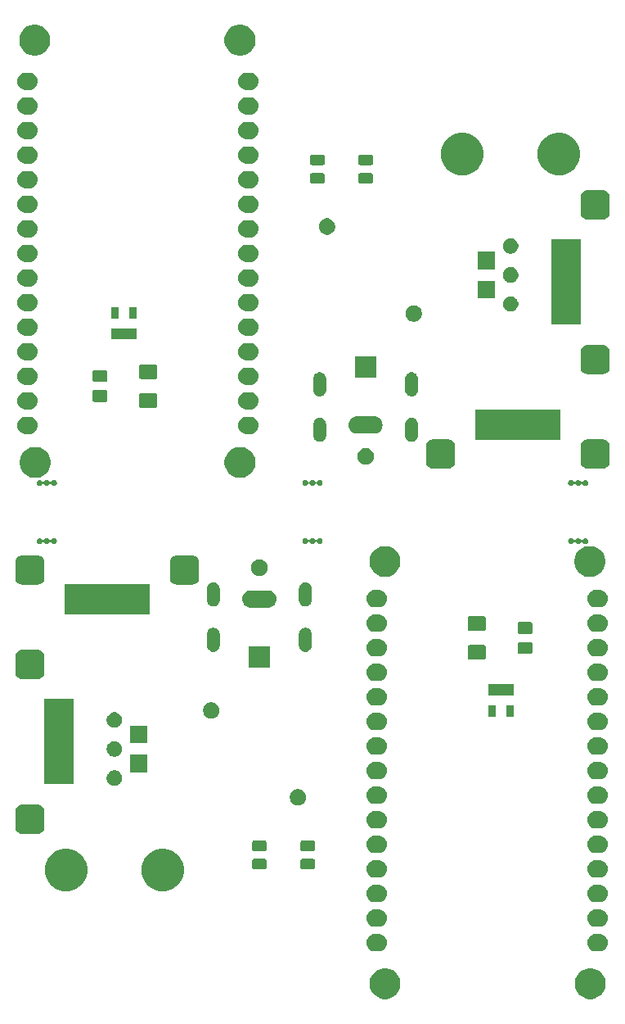
<source format=gbr>
G04 #@! TF.GenerationSoftware,KiCad,Pcbnew,5.1.6-c6e7f7d~86~ubuntu18.04.1*
G04 #@! TF.CreationDate,2020-05-28T18:46:40+01:00*
G04 #@! TF.ProjectId,polariser_drive,706f6c61-7269-4736-9572-5f6472697665,rev?*
G04 #@! TF.SameCoordinates,Original*
G04 #@! TF.FileFunction,Soldermask,Top*
G04 #@! TF.FilePolarity,Negative*
%FSLAX46Y46*%
G04 Gerber Fmt 4.6, Leading zero omitted, Abs format (unit mm)*
G04 Created by KiCad (PCBNEW 5.1.6-c6e7f7d~86~ubuntu18.04.1) date 2020-05-28 18:46:40*
%MOMM*%
%LPD*%
G01*
G04 APERTURE LIST*
%ADD10C,0.100000*%
G04 APERTURE END LIST*
D10*
G36*
X110716703Y-133211486D02*
G01*
X111007883Y-133332097D01*
X111269940Y-133507198D01*
X111492802Y-133730060D01*
X111667903Y-133992117D01*
X111788514Y-134283297D01*
X111850000Y-134592412D01*
X111850000Y-134907588D01*
X111788514Y-135216703D01*
X111667903Y-135507883D01*
X111492802Y-135769940D01*
X111269940Y-135992802D01*
X111007883Y-136167903D01*
X110716703Y-136288514D01*
X110407588Y-136350000D01*
X110092412Y-136350000D01*
X109783297Y-136288514D01*
X109492117Y-136167903D01*
X109230060Y-135992802D01*
X109007198Y-135769940D01*
X108832097Y-135507883D01*
X108711486Y-135216703D01*
X108650000Y-134907588D01*
X108650000Y-134592412D01*
X108711486Y-134283297D01*
X108832097Y-133992117D01*
X109007198Y-133730060D01*
X109230060Y-133507198D01*
X109492117Y-133332097D01*
X109783297Y-133211486D01*
X110092412Y-133150000D01*
X110407588Y-133150000D01*
X110716703Y-133211486D01*
G37*
G36*
X89466703Y-133211486D02*
G01*
X89757883Y-133332097D01*
X90019940Y-133507198D01*
X90242802Y-133730060D01*
X90417903Y-133992117D01*
X90538514Y-134283297D01*
X90600000Y-134592412D01*
X90600000Y-134907588D01*
X90538514Y-135216703D01*
X90417903Y-135507883D01*
X90242802Y-135769940D01*
X90019940Y-135992802D01*
X89757883Y-136167903D01*
X89466703Y-136288514D01*
X89157588Y-136350000D01*
X88842412Y-136350000D01*
X88533297Y-136288514D01*
X88242117Y-136167903D01*
X87980060Y-135992802D01*
X87757198Y-135769940D01*
X87582097Y-135507883D01*
X87461486Y-135216703D01*
X87400000Y-134907588D01*
X87400000Y-134592412D01*
X87461486Y-134283297D01*
X87582097Y-133992117D01*
X87757198Y-133730060D01*
X87980060Y-133507198D01*
X88242117Y-133332097D01*
X88533297Y-133211486D01*
X88842412Y-133150000D01*
X89157588Y-133150000D01*
X89466703Y-133211486D01*
G37*
G36*
X88471694Y-129598633D02*
G01*
X88644095Y-129650931D01*
X88802983Y-129735858D01*
X88942249Y-129850151D01*
X89056542Y-129989417D01*
X89141469Y-130148305D01*
X89193767Y-130320706D01*
X89211425Y-130500000D01*
X89193767Y-130679294D01*
X89141469Y-130851695D01*
X89056542Y-131010583D01*
X88942249Y-131149849D01*
X88802983Y-131264142D01*
X88644095Y-131349069D01*
X88471694Y-131401367D01*
X88337331Y-131414600D01*
X87942669Y-131414600D01*
X87808306Y-131401367D01*
X87635905Y-131349069D01*
X87477017Y-131264142D01*
X87337751Y-131149849D01*
X87223458Y-131010583D01*
X87138531Y-130851695D01*
X87086233Y-130679294D01*
X87068575Y-130500000D01*
X87086233Y-130320706D01*
X87138531Y-130148305D01*
X87223458Y-129989417D01*
X87337751Y-129850151D01*
X87477017Y-129735858D01*
X87635905Y-129650931D01*
X87808306Y-129598633D01*
X87942669Y-129585400D01*
X88337331Y-129585400D01*
X88471694Y-129598633D01*
G37*
G36*
X111331694Y-129598633D02*
G01*
X111504095Y-129650931D01*
X111662983Y-129735858D01*
X111802249Y-129850151D01*
X111916542Y-129989417D01*
X112001469Y-130148305D01*
X112053767Y-130320706D01*
X112071425Y-130500000D01*
X112053767Y-130679294D01*
X112001469Y-130851695D01*
X111916542Y-131010583D01*
X111802249Y-131149849D01*
X111662983Y-131264142D01*
X111504095Y-131349069D01*
X111331694Y-131401367D01*
X111197331Y-131414600D01*
X110802669Y-131414600D01*
X110668306Y-131401367D01*
X110495905Y-131349069D01*
X110337017Y-131264142D01*
X110197751Y-131149849D01*
X110083458Y-131010583D01*
X109998531Y-130851695D01*
X109946233Y-130679294D01*
X109928575Y-130500000D01*
X109946233Y-130320706D01*
X109998531Y-130148305D01*
X110083458Y-129989417D01*
X110197751Y-129850151D01*
X110337017Y-129735858D01*
X110495905Y-129650931D01*
X110668306Y-129598633D01*
X110802669Y-129585400D01*
X111197331Y-129585400D01*
X111331694Y-129598633D01*
G37*
G36*
X88471694Y-127058633D02*
G01*
X88644095Y-127110931D01*
X88802983Y-127195858D01*
X88942249Y-127310151D01*
X89056542Y-127449417D01*
X89141469Y-127608305D01*
X89193767Y-127780706D01*
X89211425Y-127960000D01*
X89193767Y-128139294D01*
X89141469Y-128311695D01*
X89056542Y-128470583D01*
X88942249Y-128609849D01*
X88802983Y-128724142D01*
X88644095Y-128809069D01*
X88471694Y-128861367D01*
X88337331Y-128874600D01*
X87942669Y-128874600D01*
X87808306Y-128861367D01*
X87635905Y-128809069D01*
X87477017Y-128724142D01*
X87337751Y-128609849D01*
X87223458Y-128470583D01*
X87138531Y-128311695D01*
X87086233Y-128139294D01*
X87068575Y-127960000D01*
X87086233Y-127780706D01*
X87138531Y-127608305D01*
X87223458Y-127449417D01*
X87337751Y-127310151D01*
X87477017Y-127195858D01*
X87635905Y-127110931D01*
X87808306Y-127058633D01*
X87942669Y-127045400D01*
X88337331Y-127045400D01*
X88471694Y-127058633D01*
G37*
G36*
X111331694Y-127058633D02*
G01*
X111504095Y-127110931D01*
X111662983Y-127195858D01*
X111802249Y-127310151D01*
X111916542Y-127449417D01*
X112001469Y-127608305D01*
X112053767Y-127780706D01*
X112071425Y-127960000D01*
X112053767Y-128139294D01*
X112001469Y-128311695D01*
X111916542Y-128470583D01*
X111802249Y-128609849D01*
X111662983Y-128724142D01*
X111504095Y-128809069D01*
X111331694Y-128861367D01*
X111197331Y-128874600D01*
X110802669Y-128874600D01*
X110668306Y-128861367D01*
X110495905Y-128809069D01*
X110337017Y-128724142D01*
X110197751Y-128609849D01*
X110083458Y-128470583D01*
X109998531Y-128311695D01*
X109946233Y-128139294D01*
X109928575Y-127960000D01*
X109946233Y-127780706D01*
X109998531Y-127608305D01*
X110083458Y-127449417D01*
X110197751Y-127310151D01*
X110337017Y-127195858D01*
X110495905Y-127110931D01*
X110668306Y-127058633D01*
X110802669Y-127045400D01*
X111197331Y-127045400D01*
X111331694Y-127058633D01*
G37*
G36*
X88471694Y-124518633D02*
G01*
X88644095Y-124570931D01*
X88802983Y-124655858D01*
X88942249Y-124770151D01*
X89056542Y-124909417D01*
X89141469Y-125068305D01*
X89193767Y-125240706D01*
X89211425Y-125420000D01*
X89193767Y-125599294D01*
X89141469Y-125771695D01*
X89056542Y-125930583D01*
X88942249Y-126069849D01*
X88802983Y-126184142D01*
X88644095Y-126269069D01*
X88471694Y-126321367D01*
X88337331Y-126334600D01*
X87942669Y-126334600D01*
X87808306Y-126321367D01*
X87635905Y-126269069D01*
X87477017Y-126184142D01*
X87337751Y-126069849D01*
X87223458Y-125930583D01*
X87138531Y-125771695D01*
X87086233Y-125599294D01*
X87068575Y-125420000D01*
X87086233Y-125240706D01*
X87138531Y-125068305D01*
X87223458Y-124909417D01*
X87337751Y-124770151D01*
X87477017Y-124655858D01*
X87635905Y-124570931D01*
X87808306Y-124518633D01*
X87942669Y-124505400D01*
X88337331Y-124505400D01*
X88471694Y-124518633D01*
G37*
G36*
X111331694Y-124518633D02*
G01*
X111504095Y-124570931D01*
X111662983Y-124655858D01*
X111802249Y-124770151D01*
X111916542Y-124909417D01*
X112001469Y-125068305D01*
X112053767Y-125240706D01*
X112071425Y-125420000D01*
X112053767Y-125599294D01*
X112001469Y-125771695D01*
X111916542Y-125930583D01*
X111802249Y-126069849D01*
X111662983Y-126184142D01*
X111504095Y-126269069D01*
X111331694Y-126321367D01*
X111197331Y-126334600D01*
X110802669Y-126334600D01*
X110668306Y-126321367D01*
X110495905Y-126269069D01*
X110337017Y-126184142D01*
X110197751Y-126069849D01*
X110083458Y-125930583D01*
X109998531Y-125771695D01*
X109946233Y-125599294D01*
X109928575Y-125420000D01*
X109946233Y-125240706D01*
X109998531Y-125068305D01*
X110083458Y-124909417D01*
X110197751Y-124770151D01*
X110337017Y-124655858D01*
X110495905Y-124570931D01*
X110668306Y-124518633D01*
X110802669Y-124505400D01*
X111197331Y-124505400D01*
X111331694Y-124518633D01*
G37*
G36*
X56642007Y-120883582D02*
G01*
X57042563Y-121049498D01*
X57042565Y-121049499D01*
X57403056Y-121290371D01*
X57709629Y-121596944D01*
X57910442Y-121897483D01*
X57950502Y-121957437D01*
X58116418Y-122357993D01*
X58201000Y-122783219D01*
X58201000Y-123216781D01*
X58116418Y-123642007D01*
X57950502Y-124042563D01*
X57950501Y-124042565D01*
X57709629Y-124403056D01*
X57403056Y-124709629D01*
X57042565Y-124950501D01*
X57042564Y-124950502D01*
X57042563Y-124950502D01*
X56642007Y-125116418D01*
X56216781Y-125201000D01*
X55783219Y-125201000D01*
X55357993Y-125116418D01*
X54957437Y-124950502D01*
X54957436Y-124950502D01*
X54957435Y-124950501D01*
X54596944Y-124709629D01*
X54290371Y-124403056D01*
X54049499Y-124042565D01*
X54049498Y-124042563D01*
X53883582Y-123642007D01*
X53799000Y-123216781D01*
X53799000Y-122783219D01*
X53883582Y-122357993D01*
X54049498Y-121957437D01*
X54089558Y-121897483D01*
X54290371Y-121596944D01*
X54596944Y-121290371D01*
X54957435Y-121049499D01*
X54957437Y-121049498D01*
X55357993Y-120883582D01*
X55783219Y-120799000D01*
X56216781Y-120799000D01*
X56642007Y-120883582D01*
G37*
G36*
X66642007Y-120883582D02*
G01*
X67042563Y-121049498D01*
X67042565Y-121049499D01*
X67403056Y-121290371D01*
X67709629Y-121596944D01*
X67910442Y-121897483D01*
X67950502Y-121957437D01*
X68116418Y-122357993D01*
X68201000Y-122783219D01*
X68201000Y-123216781D01*
X68116418Y-123642007D01*
X67950502Y-124042563D01*
X67950501Y-124042565D01*
X67709629Y-124403056D01*
X67403056Y-124709629D01*
X67042565Y-124950501D01*
X67042564Y-124950502D01*
X67042563Y-124950502D01*
X66642007Y-125116418D01*
X66216781Y-125201000D01*
X65783219Y-125201000D01*
X65357993Y-125116418D01*
X64957437Y-124950502D01*
X64957436Y-124950502D01*
X64957435Y-124950501D01*
X64596944Y-124709629D01*
X64290371Y-124403056D01*
X64049499Y-124042565D01*
X64049498Y-124042563D01*
X63883582Y-123642007D01*
X63799000Y-123216781D01*
X63799000Y-122783219D01*
X63883582Y-122357993D01*
X64049498Y-121957437D01*
X64089558Y-121897483D01*
X64290371Y-121596944D01*
X64596944Y-121290371D01*
X64957435Y-121049499D01*
X64957437Y-121049498D01*
X65357993Y-120883582D01*
X65783219Y-120799000D01*
X66216781Y-120799000D01*
X66642007Y-120883582D01*
G37*
G36*
X111331694Y-121978633D02*
G01*
X111504095Y-122030931D01*
X111662983Y-122115858D01*
X111802249Y-122230151D01*
X111916542Y-122369417D01*
X112001469Y-122528305D01*
X112053767Y-122700706D01*
X112071425Y-122880000D01*
X112053767Y-123059294D01*
X112001469Y-123231695D01*
X111916542Y-123390583D01*
X111802249Y-123529849D01*
X111662983Y-123644142D01*
X111504095Y-123729069D01*
X111331694Y-123781367D01*
X111197331Y-123794600D01*
X110802669Y-123794600D01*
X110668306Y-123781367D01*
X110495905Y-123729069D01*
X110337017Y-123644142D01*
X110197751Y-123529849D01*
X110083458Y-123390583D01*
X109998531Y-123231695D01*
X109946233Y-123059294D01*
X109928575Y-122880000D01*
X109946233Y-122700706D01*
X109998531Y-122528305D01*
X110083458Y-122369417D01*
X110197751Y-122230151D01*
X110337017Y-122115858D01*
X110495905Y-122030931D01*
X110668306Y-121978633D01*
X110802669Y-121965400D01*
X111197331Y-121965400D01*
X111331694Y-121978633D01*
G37*
G36*
X88471694Y-121978633D02*
G01*
X88644095Y-122030931D01*
X88802983Y-122115858D01*
X88942249Y-122230151D01*
X89056542Y-122369417D01*
X89141469Y-122528305D01*
X89193767Y-122700706D01*
X89211425Y-122880000D01*
X89193767Y-123059294D01*
X89141469Y-123231695D01*
X89056542Y-123390583D01*
X88942249Y-123529849D01*
X88802983Y-123644142D01*
X88644095Y-123729069D01*
X88471694Y-123781367D01*
X88337331Y-123794600D01*
X87942669Y-123794600D01*
X87808306Y-123781367D01*
X87635905Y-123729069D01*
X87477017Y-123644142D01*
X87337751Y-123529849D01*
X87223458Y-123390583D01*
X87138531Y-123231695D01*
X87086233Y-123059294D01*
X87068575Y-122880000D01*
X87086233Y-122700706D01*
X87138531Y-122528305D01*
X87223458Y-122369417D01*
X87337751Y-122230151D01*
X87477017Y-122115858D01*
X87635905Y-122030931D01*
X87808306Y-121978633D01*
X87942669Y-121965400D01*
X88337331Y-121965400D01*
X88471694Y-121978633D01*
G37*
G36*
X81584468Y-121841065D02*
G01*
X81623138Y-121852796D01*
X81658777Y-121871846D01*
X81690017Y-121897483D01*
X81715654Y-121928723D01*
X81734704Y-121964362D01*
X81746435Y-122003032D01*
X81751000Y-122049388D01*
X81751000Y-122700612D01*
X81746435Y-122746968D01*
X81734704Y-122785638D01*
X81715654Y-122821277D01*
X81690017Y-122852517D01*
X81658777Y-122878154D01*
X81623138Y-122897204D01*
X81584468Y-122908935D01*
X81538112Y-122913500D01*
X80461888Y-122913500D01*
X80415532Y-122908935D01*
X80376862Y-122897204D01*
X80341223Y-122878154D01*
X80309983Y-122852517D01*
X80284346Y-122821277D01*
X80265296Y-122785638D01*
X80253565Y-122746968D01*
X80249000Y-122700612D01*
X80249000Y-122049388D01*
X80253565Y-122003032D01*
X80265296Y-121964362D01*
X80284346Y-121928723D01*
X80309983Y-121897483D01*
X80341223Y-121871846D01*
X80376862Y-121852796D01*
X80415532Y-121841065D01*
X80461888Y-121836500D01*
X81538112Y-121836500D01*
X81584468Y-121841065D01*
G37*
G36*
X76584468Y-121841065D02*
G01*
X76623138Y-121852796D01*
X76658777Y-121871846D01*
X76690017Y-121897483D01*
X76715654Y-121928723D01*
X76734704Y-121964362D01*
X76746435Y-122003032D01*
X76751000Y-122049388D01*
X76751000Y-122700612D01*
X76746435Y-122746968D01*
X76734704Y-122785638D01*
X76715654Y-122821277D01*
X76690017Y-122852517D01*
X76658777Y-122878154D01*
X76623138Y-122897204D01*
X76584468Y-122908935D01*
X76538112Y-122913500D01*
X75461888Y-122913500D01*
X75415532Y-122908935D01*
X75376862Y-122897204D01*
X75341223Y-122878154D01*
X75309983Y-122852517D01*
X75284346Y-122821277D01*
X75265296Y-122785638D01*
X75253565Y-122746968D01*
X75249000Y-122700612D01*
X75249000Y-122049388D01*
X75253565Y-122003032D01*
X75265296Y-121964362D01*
X75284346Y-121928723D01*
X75309983Y-121897483D01*
X75341223Y-121871846D01*
X75376862Y-121852796D01*
X75415532Y-121841065D01*
X75461888Y-121836500D01*
X76538112Y-121836500D01*
X76584468Y-121841065D01*
G37*
G36*
X111331694Y-119438633D02*
G01*
X111504095Y-119490931D01*
X111662983Y-119575858D01*
X111802249Y-119690151D01*
X111916542Y-119829417D01*
X112001469Y-119988305D01*
X112053767Y-120160706D01*
X112071425Y-120340000D01*
X112053767Y-120519294D01*
X112001469Y-120691695D01*
X111916542Y-120850583D01*
X111802249Y-120989849D01*
X111662983Y-121104142D01*
X111504095Y-121189069D01*
X111331694Y-121241367D01*
X111197331Y-121254600D01*
X110802669Y-121254600D01*
X110668306Y-121241367D01*
X110495905Y-121189069D01*
X110337017Y-121104142D01*
X110197751Y-120989849D01*
X110083458Y-120850583D01*
X109998531Y-120691695D01*
X109946233Y-120519294D01*
X109928575Y-120340000D01*
X109946233Y-120160706D01*
X109998531Y-119988305D01*
X110083458Y-119829417D01*
X110197751Y-119690151D01*
X110337017Y-119575858D01*
X110495905Y-119490931D01*
X110668306Y-119438633D01*
X110802669Y-119425400D01*
X111197331Y-119425400D01*
X111331694Y-119438633D01*
G37*
G36*
X88471694Y-119438633D02*
G01*
X88644095Y-119490931D01*
X88802983Y-119575858D01*
X88942249Y-119690151D01*
X89056542Y-119829417D01*
X89141469Y-119988305D01*
X89193767Y-120160706D01*
X89211425Y-120340000D01*
X89193767Y-120519294D01*
X89141469Y-120691695D01*
X89056542Y-120850583D01*
X88942249Y-120989849D01*
X88802983Y-121104142D01*
X88644095Y-121189069D01*
X88471694Y-121241367D01*
X88337331Y-121254600D01*
X87942669Y-121254600D01*
X87808306Y-121241367D01*
X87635905Y-121189069D01*
X87477017Y-121104142D01*
X87337751Y-120989849D01*
X87223458Y-120850583D01*
X87138531Y-120691695D01*
X87086233Y-120519294D01*
X87068575Y-120340000D01*
X87086233Y-120160706D01*
X87138531Y-119988305D01*
X87223458Y-119829417D01*
X87337751Y-119690151D01*
X87477017Y-119575858D01*
X87635905Y-119490931D01*
X87808306Y-119438633D01*
X87942669Y-119425400D01*
X88337331Y-119425400D01*
X88471694Y-119438633D01*
G37*
G36*
X81584468Y-119966065D02*
G01*
X81623138Y-119977796D01*
X81658777Y-119996846D01*
X81690017Y-120022483D01*
X81715654Y-120053723D01*
X81734704Y-120089362D01*
X81746435Y-120128032D01*
X81751000Y-120174388D01*
X81751000Y-120825612D01*
X81746435Y-120871968D01*
X81734704Y-120910638D01*
X81715654Y-120946277D01*
X81690017Y-120977517D01*
X81658777Y-121003154D01*
X81623138Y-121022204D01*
X81584468Y-121033935D01*
X81538112Y-121038500D01*
X80461888Y-121038500D01*
X80415532Y-121033935D01*
X80376862Y-121022204D01*
X80341223Y-121003154D01*
X80309983Y-120977517D01*
X80284346Y-120946277D01*
X80265296Y-120910638D01*
X80253565Y-120871968D01*
X80249000Y-120825612D01*
X80249000Y-120174388D01*
X80253565Y-120128032D01*
X80265296Y-120089362D01*
X80284346Y-120053723D01*
X80309983Y-120022483D01*
X80341223Y-119996846D01*
X80376862Y-119977796D01*
X80415532Y-119966065D01*
X80461888Y-119961500D01*
X81538112Y-119961500D01*
X81584468Y-119966065D01*
G37*
G36*
X76584468Y-119966065D02*
G01*
X76623138Y-119977796D01*
X76658777Y-119996846D01*
X76690017Y-120022483D01*
X76715654Y-120053723D01*
X76734704Y-120089362D01*
X76746435Y-120128032D01*
X76751000Y-120174388D01*
X76751000Y-120825612D01*
X76746435Y-120871968D01*
X76734704Y-120910638D01*
X76715654Y-120946277D01*
X76690017Y-120977517D01*
X76658777Y-121003154D01*
X76623138Y-121022204D01*
X76584468Y-121033935D01*
X76538112Y-121038500D01*
X75461888Y-121038500D01*
X75415532Y-121033935D01*
X75376862Y-121022204D01*
X75341223Y-121003154D01*
X75309983Y-120977517D01*
X75284346Y-120946277D01*
X75265296Y-120910638D01*
X75253565Y-120871968D01*
X75249000Y-120825612D01*
X75249000Y-120174388D01*
X75253565Y-120128032D01*
X75265296Y-120089362D01*
X75284346Y-120053723D01*
X75309983Y-120022483D01*
X75341223Y-119996846D01*
X75376862Y-119977796D01*
X75415532Y-119966065D01*
X75461888Y-119961500D01*
X76538112Y-119961500D01*
X76584468Y-119966065D01*
G37*
G36*
X53196505Y-116263803D02*
G01*
X53325366Y-116302893D01*
X53444117Y-116366367D01*
X53548209Y-116451791D01*
X53633633Y-116555883D01*
X53697107Y-116674634D01*
X53736197Y-116803495D01*
X53750000Y-116943640D01*
X53750000Y-118556360D01*
X53736197Y-118696505D01*
X53697107Y-118825366D01*
X53633633Y-118944117D01*
X53548209Y-119048209D01*
X53444117Y-119133633D01*
X53325366Y-119197107D01*
X53196505Y-119236197D01*
X53056360Y-119250000D01*
X51443640Y-119250000D01*
X51303495Y-119236197D01*
X51174634Y-119197107D01*
X51055883Y-119133633D01*
X50951791Y-119048209D01*
X50866367Y-118944117D01*
X50802893Y-118825366D01*
X50763803Y-118696505D01*
X50750000Y-118556360D01*
X50750000Y-116943640D01*
X50763803Y-116803495D01*
X50802893Y-116674634D01*
X50866367Y-116555883D01*
X50951791Y-116451791D01*
X51055883Y-116366367D01*
X51174634Y-116302893D01*
X51303495Y-116263803D01*
X51443640Y-116250000D01*
X53056360Y-116250000D01*
X53196505Y-116263803D01*
G37*
G36*
X88471694Y-116898633D02*
G01*
X88644095Y-116950931D01*
X88802983Y-117035858D01*
X88942249Y-117150151D01*
X89056542Y-117289417D01*
X89141469Y-117448305D01*
X89193767Y-117620706D01*
X89211425Y-117800000D01*
X89193767Y-117979294D01*
X89141469Y-118151695D01*
X89056542Y-118310583D01*
X88942249Y-118449849D01*
X88802983Y-118564142D01*
X88644095Y-118649069D01*
X88471694Y-118701367D01*
X88337331Y-118714600D01*
X87942669Y-118714600D01*
X87808306Y-118701367D01*
X87635905Y-118649069D01*
X87477017Y-118564142D01*
X87337751Y-118449849D01*
X87223458Y-118310583D01*
X87138531Y-118151695D01*
X87086233Y-117979294D01*
X87068575Y-117800000D01*
X87086233Y-117620706D01*
X87138531Y-117448305D01*
X87223458Y-117289417D01*
X87337751Y-117150151D01*
X87477017Y-117035858D01*
X87635905Y-116950931D01*
X87808306Y-116898633D01*
X87942669Y-116885400D01*
X88337331Y-116885400D01*
X88471694Y-116898633D01*
G37*
G36*
X111331694Y-116898633D02*
G01*
X111504095Y-116950931D01*
X111662983Y-117035858D01*
X111802249Y-117150151D01*
X111916542Y-117289417D01*
X112001469Y-117448305D01*
X112053767Y-117620706D01*
X112071425Y-117800000D01*
X112053767Y-117979294D01*
X112001469Y-118151695D01*
X111916542Y-118310583D01*
X111802249Y-118449849D01*
X111662983Y-118564142D01*
X111504095Y-118649069D01*
X111331694Y-118701367D01*
X111197331Y-118714600D01*
X110802669Y-118714600D01*
X110668306Y-118701367D01*
X110495905Y-118649069D01*
X110337017Y-118564142D01*
X110197751Y-118449849D01*
X110083458Y-118310583D01*
X109998531Y-118151695D01*
X109946233Y-117979294D01*
X109928575Y-117800000D01*
X109946233Y-117620706D01*
X109998531Y-117448305D01*
X110083458Y-117289417D01*
X110197751Y-117150151D01*
X110337017Y-117035858D01*
X110495905Y-116950931D01*
X110668306Y-116898633D01*
X110802669Y-116885400D01*
X111197331Y-116885400D01*
X111331694Y-116898633D01*
G37*
G36*
X80248228Y-114681703D02*
G01*
X80403100Y-114745853D01*
X80542481Y-114838985D01*
X80661015Y-114957519D01*
X80754147Y-115096900D01*
X80818297Y-115251772D01*
X80851000Y-115416184D01*
X80851000Y-115583816D01*
X80818297Y-115748228D01*
X80754147Y-115903100D01*
X80661015Y-116042481D01*
X80542481Y-116161015D01*
X80403100Y-116254147D01*
X80248228Y-116318297D01*
X80083816Y-116351000D01*
X79916184Y-116351000D01*
X79751772Y-116318297D01*
X79596900Y-116254147D01*
X79457519Y-116161015D01*
X79338985Y-116042481D01*
X79245853Y-115903100D01*
X79181703Y-115748228D01*
X79149000Y-115583816D01*
X79149000Y-115416184D01*
X79181703Y-115251772D01*
X79245853Y-115096900D01*
X79338985Y-114957519D01*
X79457519Y-114838985D01*
X79596900Y-114745853D01*
X79751772Y-114681703D01*
X79916184Y-114649000D01*
X80083816Y-114649000D01*
X80248228Y-114681703D01*
G37*
G36*
X88471694Y-114358633D02*
G01*
X88644095Y-114410931D01*
X88802983Y-114495858D01*
X88942249Y-114610151D01*
X89056542Y-114749417D01*
X89141469Y-114908305D01*
X89193767Y-115080706D01*
X89211425Y-115260000D01*
X89193767Y-115439294D01*
X89141469Y-115611695D01*
X89056542Y-115770583D01*
X88942249Y-115909849D01*
X88802983Y-116024142D01*
X88644095Y-116109069D01*
X88471694Y-116161367D01*
X88337331Y-116174600D01*
X87942669Y-116174600D01*
X87808306Y-116161367D01*
X87635905Y-116109069D01*
X87477017Y-116024142D01*
X87337751Y-115909849D01*
X87223458Y-115770583D01*
X87138531Y-115611695D01*
X87086233Y-115439294D01*
X87068575Y-115260000D01*
X87086233Y-115080706D01*
X87138531Y-114908305D01*
X87223458Y-114749417D01*
X87337751Y-114610151D01*
X87477017Y-114495858D01*
X87635905Y-114410931D01*
X87808306Y-114358633D01*
X87942669Y-114345400D01*
X88337331Y-114345400D01*
X88471694Y-114358633D01*
G37*
G36*
X111331694Y-114358633D02*
G01*
X111504095Y-114410931D01*
X111662983Y-114495858D01*
X111802249Y-114610151D01*
X111916542Y-114749417D01*
X112001469Y-114908305D01*
X112053767Y-115080706D01*
X112071425Y-115260000D01*
X112053767Y-115439294D01*
X112001469Y-115611695D01*
X111916542Y-115770583D01*
X111802249Y-115909849D01*
X111662983Y-116024142D01*
X111504095Y-116109069D01*
X111331694Y-116161367D01*
X111197331Y-116174600D01*
X110802669Y-116174600D01*
X110668306Y-116161367D01*
X110495905Y-116109069D01*
X110337017Y-116024142D01*
X110197751Y-115909849D01*
X110083458Y-115770583D01*
X109998531Y-115611695D01*
X109946233Y-115439294D01*
X109928575Y-115260000D01*
X109946233Y-115080706D01*
X109998531Y-114908305D01*
X110083458Y-114749417D01*
X110197751Y-114610151D01*
X110337017Y-114495858D01*
X110495905Y-114410931D01*
X110668306Y-114358633D01*
X110802669Y-114345400D01*
X111197331Y-114345400D01*
X111331694Y-114358633D01*
G37*
G36*
X61233642Y-112729781D02*
G01*
X61379414Y-112790162D01*
X61379416Y-112790163D01*
X61510608Y-112877822D01*
X61622178Y-112989392D01*
X61677171Y-113071696D01*
X61709838Y-113120586D01*
X61770219Y-113266358D01*
X61801000Y-113421107D01*
X61801000Y-113578893D01*
X61770219Y-113733642D01*
X61709838Y-113879414D01*
X61709837Y-113879416D01*
X61622178Y-114010608D01*
X61510608Y-114122178D01*
X61379416Y-114209837D01*
X61379415Y-114209838D01*
X61379414Y-114209838D01*
X61233642Y-114270219D01*
X61078893Y-114301000D01*
X60921107Y-114301000D01*
X60766358Y-114270219D01*
X60620586Y-114209838D01*
X60620585Y-114209838D01*
X60620584Y-114209837D01*
X60489392Y-114122178D01*
X60377822Y-114010608D01*
X60290163Y-113879416D01*
X60290162Y-113879414D01*
X60229781Y-113733642D01*
X60199000Y-113578893D01*
X60199000Y-113421107D01*
X60229781Y-113266358D01*
X60290162Y-113120586D01*
X60322829Y-113071696D01*
X60377822Y-112989392D01*
X60489392Y-112877822D01*
X60620584Y-112790163D01*
X60620586Y-112790162D01*
X60766358Y-112729781D01*
X60921107Y-112699000D01*
X61078893Y-112699000D01*
X61233642Y-112729781D01*
G37*
G36*
X56801000Y-114151000D02*
G01*
X53699000Y-114151000D01*
X53699000Y-105349000D01*
X56801000Y-105349000D01*
X56801000Y-114151000D01*
G37*
G36*
X111331694Y-111818633D02*
G01*
X111504095Y-111870931D01*
X111662983Y-111955858D01*
X111802249Y-112070151D01*
X111916542Y-112209417D01*
X112001469Y-112368305D01*
X112053767Y-112540706D01*
X112071425Y-112720000D01*
X112053767Y-112899294D01*
X112001469Y-113071695D01*
X111916542Y-113230583D01*
X111802249Y-113369849D01*
X111662983Y-113484142D01*
X111504095Y-113569069D01*
X111331694Y-113621367D01*
X111197331Y-113634600D01*
X110802669Y-113634600D01*
X110668306Y-113621367D01*
X110495905Y-113569069D01*
X110337017Y-113484142D01*
X110197751Y-113369849D01*
X110083458Y-113230583D01*
X109998531Y-113071695D01*
X109946233Y-112899294D01*
X109928575Y-112720000D01*
X109946233Y-112540706D01*
X109998531Y-112368305D01*
X110083458Y-112209417D01*
X110197751Y-112070151D01*
X110337017Y-111955858D01*
X110495905Y-111870931D01*
X110668306Y-111818633D01*
X110802669Y-111805400D01*
X111197331Y-111805400D01*
X111331694Y-111818633D01*
G37*
G36*
X88471694Y-111818633D02*
G01*
X88644095Y-111870931D01*
X88802983Y-111955858D01*
X88942249Y-112070151D01*
X89056542Y-112209417D01*
X89141469Y-112368305D01*
X89193767Y-112540706D01*
X89211425Y-112720000D01*
X89193767Y-112899294D01*
X89141469Y-113071695D01*
X89056542Y-113230583D01*
X88942249Y-113369849D01*
X88802983Y-113484142D01*
X88644095Y-113569069D01*
X88471694Y-113621367D01*
X88337331Y-113634600D01*
X87942669Y-113634600D01*
X87808306Y-113621367D01*
X87635905Y-113569069D01*
X87477017Y-113484142D01*
X87337751Y-113369849D01*
X87223458Y-113230583D01*
X87138531Y-113071695D01*
X87086233Y-112899294D01*
X87068575Y-112720000D01*
X87086233Y-112540706D01*
X87138531Y-112368305D01*
X87223458Y-112209417D01*
X87337751Y-112070151D01*
X87477017Y-111955858D01*
X87635905Y-111870931D01*
X87808306Y-111818633D01*
X87942669Y-111805400D01*
X88337331Y-111805400D01*
X88471694Y-111818633D01*
G37*
G36*
X64401000Y-112901000D02*
G01*
X62599000Y-112901000D01*
X62599000Y-111099000D01*
X64401000Y-111099000D01*
X64401000Y-112901000D01*
G37*
G36*
X61233642Y-109729781D02*
G01*
X61379414Y-109790162D01*
X61379416Y-109790163D01*
X61510608Y-109877822D01*
X61622178Y-109989392D01*
X61629738Y-110000707D01*
X61709838Y-110120586D01*
X61770219Y-110266358D01*
X61801000Y-110421107D01*
X61801000Y-110578893D01*
X61770219Y-110733642D01*
X61709838Y-110879414D01*
X61709837Y-110879416D01*
X61622178Y-111010608D01*
X61510608Y-111122178D01*
X61379416Y-111209837D01*
X61379415Y-111209838D01*
X61379414Y-111209838D01*
X61233642Y-111270219D01*
X61078893Y-111301000D01*
X60921107Y-111301000D01*
X60766358Y-111270219D01*
X60620586Y-111209838D01*
X60620585Y-111209838D01*
X60620584Y-111209837D01*
X60489392Y-111122178D01*
X60377822Y-111010608D01*
X60290163Y-110879416D01*
X60290162Y-110879414D01*
X60229781Y-110733642D01*
X60199000Y-110578893D01*
X60199000Y-110421107D01*
X60229781Y-110266358D01*
X60290162Y-110120586D01*
X60370262Y-110000707D01*
X60377822Y-109989392D01*
X60489392Y-109877822D01*
X60620584Y-109790163D01*
X60620586Y-109790162D01*
X60766358Y-109729781D01*
X60921107Y-109699000D01*
X61078893Y-109699000D01*
X61233642Y-109729781D01*
G37*
G36*
X111331694Y-109278633D02*
G01*
X111504095Y-109330931D01*
X111662983Y-109415858D01*
X111802249Y-109530151D01*
X111916542Y-109669417D01*
X112001469Y-109828305D01*
X112053767Y-110000706D01*
X112071425Y-110180000D01*
X112053767Y-110359294D01*
X112001469Y-110531695D01*
X111916542Y-110690583D01*
X111802249Y-110829849D01*
X111662983Y-110944142D01*
X111504095Y-111029069D01*
X111331694Y-111081367D01*
X111197331Y-111094600D01*
X110802669Y-111094600D01*
X110668306Y-111081367D01*
X110495905Y-111029069D01*
X110337017Y-110944142D01*
X110197751Y-110829849D01*
X110083458Y-110690583D01*
X109998531Y-110531695D01*
X109946233Y-110359294D01*
X109928575Y-110180000D01*
X109946233Y-110000706D01*
X109998531Y-109828305D01*
X110083458Y-109669417D01*
X110197751Y-109530151D01*
X110337017Y-109415858D01*
X110495905Y-109330931D01*
X110668306Y-109278633D01*
X110802669Y-109265400D01*
X111197331Y-109265400D01*
X111331694Y-109278633D01*
G37*
G36*
X88471694Y-109278633D02*
G01*
X88644095Y-109330931D01*
X88802983Y-109415858D01*
X88942249Y-109530151D01*
X89056542Y-109669417D01*
X89141469Y-109828305D01*
X89193767Y-110000706D01*
X89211425Y-110180000D01*
X89193767Y-110359294D01*
X89141469Y-110531695D01*
X89056542Y-110690583D01*
X88942249Y-110829849D01*
X88802983Y-110944142D01*
X88644095Y-111029069D01*
X88471694Y-111081367D01*
X88337331Y-111094600D01*
X87942669Y-111094600D01*
X87808306Y-111081367D01*
X87635905Y-111029069D01*
X87477017Y-110944142D01*
X87337751Y-110829849D01*
X87223458Y-110690583D01*
X87138531Y-110531695D01*
X87086233Y-110359294D01*
X87068575Y-110180000D01*
X87086233Y-110000706D01*
X87138531Y-109828305D01*
X87223458Y-109669417D01*
X87337751Y-109530151D01*
X87477017Y-109415858D01*
X87635905Y-109330931D01*
X87808306Y-109278633D01*
X87942669Y-109265400D01*
X88337331Y-109265400D01*
X88471694Y-109278633D01*
G37*
G36*
X64401000Y-109901000D02*
G01*
X62599000Y-109901000D01*
X62599000Y-108099000D01*
X64401000Y-108099000D01*
X64401000Y-109901000D01*
G37*
G36*
X111331694Y-106738633D02*
G01*
X111504095Y-106790931D01*
X111662983Y-106875858D01*
X111802249Y-106990151D01*
X111916542Y-107129417D01*
X112001469Y-107288305D01*
X112053767Y-107460706D01*
X112071425Y-107640000D01*
X112053767Y-107819294D01*
X112001469Y-107991695D01*
X111916542Y-108150583D01*
X111802249Y-108289849D01*
X111662983Y-108404142D01*
X111504095Y-108489069D01*
X111331694Y-108541367D01*
X111197331Y-108554600D01*
X110802669Y-108554600D01*
X110668306Y-108541367D01*
X110495905Y-108489069D01*
X110337017Y-108404142D01*
X110197751Y-108289849D01*
X110083458Y-108150583D01*
X109998531Y-107991695D01*
X109946233Y-107819294D01*
X109928575Y-107640000D01*
X109946233Y-107460706D01*
X109998531Y-107288305D01*
X110083458Y-107129417D01*
X110197751Y-106990151D01*
X110337017Y-106875858D01*
X110495905Y-106790931D01*
X110668306Y-106738633D01*
X110802669Y-106725400D01*
X111197331Y-106725400D01*
X111331694Y-106738633D01*
G37*
G36*
X88471694Y-106738633D02*
G01*
X88644095Y-106790931D01*
X88802983Y-106875858D01*
X88942249Y-106990151D01*
X89056542Y-107129417D01*
X89141469Y-107288305D01*
X89193767Y-107460706D01*
X89211425Y-107640000D01*
X89193767Y-107819294D01*
X89141469Y-107991695D01*
X89056542Y-108150583D01*
X88942249Y-108289849D01*
X88802983Y-108404142D01*
X88644095Y-108489069D01*
X88471694Y-108541367D01*
X88337331Y-108554600D01*
X87942669Y-108554600D01*
X87808306Y-108541367D01*
X87635905Y-108489069D01*
X87477017Y-108404142D01*
X87337751Y-108289849D01*
X87223458Y-108150583D01*
X87138531Y-107991695D01*
X87086233Y-107819294D01*
X87068575Y-107640000D01*
X87086233Y-107460706D01*
X87138531Y-107288305D01*
X87223458Y-107129417D01*
X87337751Y-106990151D01*
X87477017Y-106875858D01*
X87635905Y-106790931D01*
X87808306Y-106738633D01*
X87942669Y-106725400D01*
X88337331Y-106725400D01*
X88471694Y-106738633D01*
G37*
G36*
X61233642Y-106729781D02*
G01*
X61379414Y-106790162D01*
X61379416Y-106790163D01*
X61510608Y-106877822D01*
X61622178Y-106989392D01*
X61670842Y-107062224D01*
X61709838Y-107120586D01*
X61770219Y-107266358D01*
X61801000Y-107421107D01*
X61801000Y-107578893D01*
X61770219Y-107733642D01*
X61709838Y-107879414D01*
X61709837Y-107879416D01*
X61622178Y-108010608D01*
X61510608Y-108122178D01*
X61379416Y-108209837D01*
X61379415Y-108209838D01*
X61379414Y-108209838D01*
X61233642Y-108270219D01*
X61078893Y-108301000D01*
X60921107Y-108301000D01*
X60766358Y-108270219D01*
X60620586Y-108209838D01*
X60620585Y-108209838D01*
X60620584Y-108209837D01*
X60489392Y-108122178D01*
X60377822Y-108010608D01*
X60290163Y-107879416D01*
X60290162Y-107879414D01*
X60229781Y-107733642D01*
X60199000Y-107578893D01*
X60199000Y-107421107D01*
X60229781Y-107266358D01*
X60290162Y-107120586D01*
X60329158Y-107062224D01*
X60377822Y-106989392D01*
X60489392Y-106877822D01*
X60620584Y-106790163D01*
X60620586Y-106790162D01*
X60766358Y-106729781D01*
X60921107Y-106699000D01*
X61078893Y-106699000D01*
X61233642Y-106729781D01*
G37*
G36*
X71267972Y-105701447D02*
G01*
X71422844Y-105765597D01*
X71562225Y-105858729D01*
X71680759Y-105977263D01*
X71773891Y-106116644D01*
X71838041Y-106271516D01*
X71870744Y-106435928D01*
X71870744Y-106603560D01*
X71838041Y-106767972D01*
X71773891Y-106922844D01*
X71680759Y-107062225D01*
X71562225Y-107180759D01*
X71422844Y-107273891D01*
X71267972Y-107338041D01*
X71103560Y-107370744D01*
X70935928Y-107370744D01*
X70771516Y-107338041D01*
X70616644Y-107273891D01*
X70477263Y-107180759D01*
X70358729Y-107062225D01*
X70265597Y-106922844D01*
X70201447Y-106767972D01*
X70168744Y-106603560D01*
X70168744Y-106435928D01*
X70201447Y-106271516D01*
X70265597Y-106116644D01*
X70358729Y-105977263D01*
X70477263Y-105858729D01*
X70616644Y-105765597D01*
X70771516Y-105701447D01*
X70935928Y-105668744D01*
X71103560Y-105668744D01*
X71267972Y-105701447D01*
G37*
G36*
X100426000Y-107181000D02*
G01*
X99674000Y-107181000D01*
X99674000Y-106019000D01*
X100426000Y-106019000D01*
X100426000Y-107181000D01*
G37*
G36*
X102326000Y-107181000D02*
G01*
X101574000Y-107181000D01*
X101574000Y-106019000D01*
X102326000Y-106019000D01*
X102326000Y-107181000D01*
G37*
G36*
X111331694Y-104198633D02*
G01*
X111504095Y-104250931D01*
X111662983Y-104335858D01*
X111802249Y-104450151D01*
X111916542Y-104589417D01*
X112001469Y-104748305D01*
X112053767Y-104920706D01*
X112071425Y-105100000D01*
X112053767Y-105279294D01*
X112001469Y-105451695D01*
X111916542Y-105610583D01*
X111802249Y-105749849D01*
X111662983Y-105864142D01*
X111504095Y-105949069D01*
X111331694Y-106001367D01*
X111197331Y-106014600D01*
X110802669Y-106014600D01*
X110668306Y-106001367D01*
X110495905Y-105949069D01*
X110337017Y-105864142D01*
X110197751Y-105749849D01*
X110083458Y-105610583D01*
X109998531Y-105451695D01*
X109946233Y-105279294D01*
X109928575Y-105100000D01*
X109946233Y-104920706D01*
X109998531Y-104748305D01*
X110083458Y-104589417D01*
X110197751Y-104450151D01*
X110337017Y-104335858D01*
X110495905Y-104250931D01*
X110668306Y-104198633D01*
X110802669Y-104185400D01*
X111197331Y-104185400D01*
X111331694Y-104198633D01*
G37*
G36*
X88471694Y-104198633D02*
G01*
X88644095Y-104250931D01*
X88802983Y-104335858D01*
X88942249Y-104450151D01*
X89056542Y-104589417D01*
X89141469Y-104748305D01*
X89193767Y-104920706D01*
X89211425Y-105100000D01*
X89193767Y-105279294D01*
X89141469Y-105451695D01*
X89056542Y-105610583D01*
X88942249Y-105749849D01*
X88802983Y-105864142D01*
X88644095Y-105949069D01*
X88471694Y-106001367D01*
X88337331Y-106014600D01*
X87942669Y-106014600D01*
X87808306Y-106001367D01*
X87635905Y-105949069D01*
X87477017Y-105864142D01*
X87337751Y-105749849D01*
X87223458Y-105610583D01*
X87138531Y-105451695D01*
X87086233Y-105279294D01*
X87068575Y-105100000D01*
X87086233Y-104920706D01*
X87138531Y-104748305D01*
X87223458Y-104589417D01*
X87337751Y-104450151D01*
X87477017Y-104335858D01*
X87635905Y-104250931D01*
X87808306Y-104198633D01*
X87942669Y-104185400D01*
X88337331Y-104185400D01*
X88471694Y-104198633D01*
G37*
G36*
X102326000Y-104981000D02*
G01*
X99674000Y-104981000D01*
X99674000Y-103819000D01*
X102326000Y-103819000D01*
X102326000Y-104981000D01*
G37*
G36*
X111331694Y-101658633D02*
G01*
X111504095Y-101710931D01*
X111662983Y-101795858D01*
X111802249Y-101910151D01*
X111916542Y-102049417D01*
X112001469Y-102208305D01*
X112053767Y-102380706D01*
X112071425Y-102560000D01*
X112053767Y-102739294D01*
X112001469Y-102911695D01*
X111916542Y-103070583D01*
X111802249Y-103209849D01*
X111662983Y-103324142D01*
X111504095Y-103409069D01*
X111331694Y-103461367D01*
X111197331Y-103474600D01*
X110802669Y-103474600D01*
X110668306Y-103461367D01*
X110495905Y-103409069D01*
X110337017Y-103324142D01*
X110197751Y-103209849D01*
X110083458Y-103070583D01*
X109998531Y-102911695D01*
X109946233Y-102739294D01*
X109928575Y-102560000D01*
X109946233Y-102380706D01*
X109998531Y-102208305D01*
X110083458Y-102049417D01*
X110197751Y-101910151D01*
X110337017Y-101795858D01*
X110495905Y-101710931D01*
X110668306Y-101658633D01*
X110802669Y-101645400D01*
X111197331Y-101645400D01*
X111331694Y-101658633D01*
G37*
G36*
X88471694Y-101658633D02*
G01*
X88644095Y-101710931D01*
X88802983Y-101795858D01*
X88942249Y-101910151D01*
X89056542Y-102049417D01*
X89141469Y-102208305D01*
X89193767Y-102380706D01*
X89211425Y-102560000D01*
X89193767Y-102739294D01*
X89141469Y-102911695D01*
X89056542Y-103070583D01*
X88942249Y-103209849D01*
X88802983Y-103324142D01*
X88644095Y-103409069D01*
X88471694Y-103461367D01*
X88337331Y-103474600D01*
X87942669Y-103474600D01*
X87808306Y-103461367D01*
X87635905Y-103409069D01*
X87477017Y-103324142D01*
X87337751Y-103209849D01*
X87223458Y-103070583D01*
X87138531Y-102911695D01*
X87086233Y-102739294D01*
X87068575Y-102560000D01*
X87086233Y-102380706D01*
X87138531Y-102208305D01*
X87223458Y-102049417D01*
X87337751Y-101910151D01*
X87477017Y-101795858D01*
X87635905Y-101710931D01*
X87808306Y-101658633D01*
X87942669Y-101645400D01*
X88337331Y-101645400D01*
X88471694Y-101658633D01*
G37*
G36*
X53196505Y-100263803D02*
G01*
X53325366Y-100302893D01*
X53444117Y-100366367D01*
X53548209Y-100451791D01*
X53633633Y-100555883D01*
X53697107Y-100674634D01*
X53736197Y-100803495D01*
X53750000Y-100943640D01*
X53750000Y-102556360D01*
X53736197Y-102696505D01*
X53697107Y-102825366D01*
X53633633Y-102944117D01*
X53548209Y-103048209D01*
X53444117Y-103133633D01*
X53325366Y-103197107D01*
X53196505Y-103236197D01*
X53056360Y-103250000D01*
X51443640Y-103250000D01*
X51303495Y-103236197D01*
X51174634Y-103197107D01*
X51055883Y-103133633D01*
X50951791Y-103048209D01*
X50866367Y-102944117D01*
X50802893Y-102825366D01*
X50763803Y-102696505D01*
X50750000Y-102556360D01*
X50750000Y-100943640D01*
X50763803Y-100803495D01*
X50802893Y-100674634D01*
X50866367Y-100555883D01*
X50951791Y-100451791D01*
X51055883Y-100366367D01*
X51174634Y-100302893D01*
X51303495Y-100263803D01*
X51443640Y-100250000D01*
X53056360Y-100250000D01*
X53196505Y-100263803D01*
G37*
G36*
X77101000Y-102101000D02*
G01*
X74899000Y-102101000D01*
X74899000Y-99899000D01*
X77101000Y-99899000D01*
X77101000Y-102101000D01*
G37*
G36*
X99275562Y-99753181D02*
G01*
X99310481Y-99763774D01*
X99342663Y-99780976D01*
X99370873Y-99804127D01*
X99394024Y-99832337D01*
X99411226Y-99864519D01*
X99421819Y-99899438D01*
X99426000Y-99941895D01*
X99426000Y-101083105D01*
X99421819Y-101125562D01*
X99411226Y-101160481D01*
X99394024Y-101192663D01*
X99370873Y-101220873D01*
X99342663Y-101244024D01*
X99310481Y-101261226D01*
X99275562Y-101271819D01*
X99233105Y-101276000D01*
X97766895Y-101276000D01*
X97724438Y-101271819D01*
X97689519Y-101261226D01*
X97657337Y-101244024D01*
X97629127Y-101220873D01*
X97605976Y-101192663D01*
X97588774Y-101160481D01*
X97578181Y-101125562D01*
X97574000Y-101083105D01*
X97574000Y-99941895D01*
X97578181Y-99899438D01*
X97588774Y-99864519D01*
X97605976Y-99832337D01*
X97629127Y-99804127D01*
X97657337Y-99780976D01*
X97689519Y-99763774D01*
X97724438Y-99753181D01*
X97766895Y-99749000D01*
X99233105Y-99749000D01*
X99275562Y-99753181D01*
G37*
G36*
X88471694Y-99118633D02*
G01*
X88644095Y-99170931D01*
X88802983Y-99255858D01*
X88942249Y-99370151D01*
X89056542Y-99509417D01*
X89141469Y-99668305D01*
X89193767Y-99840706D01*
X89211425Y-100020000D01*
X89193767Y-100199294D01*
X89141469Y-100371695D01*
X89056542Y-100530583D01*
X88942249Y-100669849D01*
X88802983Y-100784142D01*
X88644095Y-100869069D01*
X88471694Y-100921367D01*
X88337331Y-100934600D01*
X87942669Y-100934600D01*
X87808306Y-100921367D01*
X87635905Y-100869069D01*
X87477017Y-100784142D01*
X87337751Y-100669849D01*
X87223458Y-100530583D01*
X87138531Y-100371695D01*
X87086233Y-100199294D01*
X87068575Y-100020000D01*
X87086233Y-99840706D01*
X87138531Y-99668305D01*
X87223458Y-99509417D01*
X87337751Y-99370151D01*
X87477017Y-99255858D01*
X87635905Y-99170931D01*
X87808306Y-99118633D01*
X87942669Y-99105400D01*
X88337331Y-99105400D01*
X88471694Y-99118633D01*
G37*
G36*
X111331694Y-99118633D02*
G01*
X111504095Y-99170931D01*
X111662983Y-99255858D01*
X111802249Y-99370151D01*
X111916542Y-99509417D01*
X112001469Y-99668305D01*
X112053767Y-99840706D01*
X112071425Y-100020000D01*
X112053767Y-100199294D01*
X112001469Y-100371695D01*
X111916542Y-100530583D01*
X111802249Y-100669849D01*
X111662983Y-100784142D01*
X111504095Y-100869069D01*
X111331694Y-100921367D01*
X111197331Y-100934600D01*
X110802669Y-100934600D01*
X110668306Y-100921367D01*
X110495905Y-100869069D01*
X110337017Y-100784142D01*
X110197751Y-100669849D01*
X110083458Y-100530583D01*
X109998531Y-100371695D01*
X109946233Y-100199294D01*
X109928575Y-100020000D01*
X109946233Y-99840706D01*
X109998531Y-99668305D01*
X110083458Y-99509417D01*
X110197751Y-99370151D01*
X110337017Y-99255858D01*
X110495905Y-99170931D01*
X110668306Y-99118633D01*
X110802669Y-99105400D01*
X111197331Y-99105400D01*
X111331694Y-99118633D01*
G37*
G36*
X104088674Y-99428465D02*
G01*
X104126367Y-99439899D01*
X104161103Y-99458466D01*
X104191548Y-99483452D01*
X104216534Y-99513897D01*
X104235101Y-99548633D01*
X104246535Y-99586326D01*
X104251000Y-99631661D01*
X104251000Y-100468339D01*
X104246535Y-100513674D01*
X104235101Y-100551367D01*
X104216534Y-100586103D01*
X104191548Y-100616548D01*
X104161103Y-100641534D01*
X104126367Y-100660101D01*
X104088674Y-100671535D01*
X104043339Y-100676000D01*
X102956661Y-100676000D01*
X102911326Y-100671535D01*
X102873633Y-100660101D01*
X102838897Y-100641534D01*
X102808452Y-100616548D01*
X102783466Y-100586103D01*
X102764899Y-100551367D01*
X102753465Y-100513674D01*
X102749000Y-100468339D01*
X102749000Y-99631661D01*
X102753465Y-99586326D01*
X102764899Y-99548633D01*
X102783466Y-99513897D01*
X102808452Y-99483452D01*
X102838897Y-99458466D01*
X102873633Y-99439899D01*
X102911326Y-99428465D01*
X102956661Y-99424000D01*
X104043339Y-99424000D01*
X104088674Y-99428465D01*
G37*
G36*
X71377618Y-97958420D02*
G01*
X71468404Y-97985960D01*
X71500336Y-97995646D01*
X71613425Y-98056094D01*
X71712554Y-98137446D01*
X71793906Y-98236575D01*
X71854354Y-98349664D01*
X71854355Y-98349668D01*
X71891580Y-98472382D01*
X71901000Y-98568027D01*
X71901000Y-99831973D01*
X71891580Y-99927618D01*
X71887249Y-99941895D01*
X71854354Y-100050336D01*
X71793906Y-100163425D01*
X71712554Y-100262553D01*
X71613424Y-100343906D01*
X71500335Y-100404354D01*
X71468403Y-100414040D01*
X71377617Y-100441580D01*
X71250000Y-100454149D01*
X71122382Y-100441580D01*
X71031596Y-100414040D01*
X70999664Y-100404354D01*
X70886575Y-100343906D01*
X70787447Y-100262554D01*
X70706094Y-100163424D01*
X70645646Y-100050335D01*
X70619648Y-99964631D01*
X70608420Y-99927617D01*
X70599000Y-99831972D01*
X70599001Y-98568027D01*
X70608421Y-98472382D01*
X70645646Y-98349668D01*
X70645647Y-98349664D01*
X70706095Y-98236575D01*
X70787447Y-98137446D01*
X70886576Y-98056094D01*
X70999665Y-97995646D01*
X71031597Y-97985960D01*
X71122383Y-97958420D01*
X71250000Y-97945851D01*
X71377618Y-97958420D01*
G37*
G36*
X80877618Y-97958420D02*
G01*
X80968404Y-97985960D01*
X81000336Y-97995646D01*
X81113425Y-98056094D01*
X81212554Y-98137446D01*
X81293906Y-98236575D01*
X81354354Y-98349664D01*
X81354355Y-98349668D01*
X81391580Y-98472382D01*
X81401000Y-98568027D01*
X81401000Y-99831973D01*
X81391580Y-99927618D01*
X81387249Y-99941895D01*
X81354354Y-100050336D01*
X81293906Y-100163425D01*
X81212554Y-100262553D01*
X81113424Y-100343906D01*
X81000335Y-100404354D01*
X80968403Y-100414040D01*
X80877617Y-100441580D01*
X80750000Y-100454149D01*
X80622382Y-100441580D01*
X80531596Y-100414040D01*
X80499664Y-100404354D01*
X80386575Y-100343906D01*
X80287447Y-100262554D01*
X80206094Y-100163424D01*
X80145646Y-100050335D01*
X80119648Y-99964631D01*
X80108420Y-99927617D01*
X80099000Y-99831972D01*
X80099001Y-98568027D01*
X80108421Y-98472382D01*
X80145646Y-98349668D01*
X80145647Y-98349664D01*
X80206095Y-98236575D01*
X80287447Y-98137446D01*
X80386576Y-98056094D01*
X80499665Y-97995646D01*
X80531597Y-97985960D01*
X80622383Y-97958420D01*
X80750000Y-97945851D01*
X80877618Y-97958420D01*
G37*
G36*
X104088674Y-97378465D02*
G01*
X104126367Y-97389899D01*
X104161103Y-97408466D01*
X104191548Y-97433452D01*
X104216534Y-97463897D01*
X104235101Y-97498633D01*
X104246535Y-97536326D01*
X104251000Y-97581661D01*
X104251000Y-98418339D01*
X104246535Y-98463674D01*
X104235101Y-98501367D01*
X104216534Y-98536103D01*
X104191548Y-98566548D01*
X104161103Y-98591534D01*
X104126367Y-98610101D01*
X104088674Y-98621535D01*
X104043339Y-98626000D01*
X102956661Y-98626000D01*
X102911326Y-98621535D01*
X102873633Y-98610101D01*
X102838897Y-98591534D01*
X102808452Y-98566548D01*
X102783466Y-98536103D01*
X102764899Y-98501367D01*
X102753465Y-98463674D01*
X102749000Y-98418339D01*
X102749000Y-97581661D01*
X102753465Y-97536326D01*
X102764899Y-97498633D01*
X102783466Y-97463897D01*
X102808452Y-97433452D01*
X102838897Y-97408466D01*
X102873633Y-97389899D01*
X102911326Y-97378465D01*
X102956661Y-97374000D01*
X104043339Y-97374000D01*
X104088674Y-97378465D01*
G37*
G36*
X111331694Y-96578633D02*
G01*
X111504095Y-96630931D01*
X111662983Y-96715858D01*
X111802249Y-96830151D01*
X111916542Y-96969417D01*
X112001469Y-97128305D01*
X112053767Y-97300706D01*
X112071425Y-97480000D01*
X112053767Y-97659294D01*
X112001469Y-97831695D01*
X111916542Y-97990583D01*
X111802249Y-98129849D01*
X111662983Y-98244142D01*
X111504095Y-98329069D01*
X111331694Y-98381367D01*
X111197331Y-98394600D01*
X110802669Y-98394600D01*
X110668306Y-98381367D01*
X110495905Y-98329069D01*
X110337017Y-98244142D01*
X110197751Y-98129849D01*
X110083458Y-97990583D01*
X109998531Y-97831695D01*
X109946233Y-97659294D01*
X109928575Y-97480000D01*
X109946233Y-97300706D01*
X109998531Y-97128305D01*
X110083458Y-96969417D01*
X110197751Y-96830151D01*
X110337017Y-96715858D01*
X110495905Y-96630931D01*
X110668306Y-96578633D01*
X110802669Y-96565400D01*
X111197331Y-96565400D01*
X111331694Y-96578633D01*
G37*
G36*
X88471694Y-96578633D02*
G01*
X88644095Y-96630931D01*
X88802983Y-96715858D01*
X88942249Y-96830151D01*
X89056542Y-96969417D01*
X89141469Y-97128305D01*
X89193767Y-97300706D01*
X89211425Y-97480000D01*
X89193767Y-97659294D01*
X89141469Y-97831695D01*
X89056542Y-97990583D01*
X88942249Y-98129849D01*
X88802983Y-98244142D01*
X88644095Y-98329069D01*
X88471694Y-98381367D01*
X88337331Y-98394600D01*
X87942669Y-98394600D01*
X87808306Y-98381367D01*
X87635905Y-98329069D01*
X87477017Y-98244142D01*
X87337751Y-98129849D01*
X87223458Y-97990583D01*
X87138531Y-97831695D01*
X87086233Y-97659294D01*
X87068575Y-97480000D01*
X87086233Y-97300706D01*
X87138531Y-97128305D01*
X87223458Y-96969417D01*
X87337751Y-96830151D01*
X87477017Y-96715858D01*
X87635905Y-96630931D01*
X87808306Y-96578633D01*
X87942669Y-96565400D01*
X88337331Y-96565400D01*
X88471694Y-96578633D01*
G37*
G36*
X99275562Y-96778181D02*
G01*
X99310481Y-96788774D01*
X99342663Y-96805976D01*
X99370873Y-96829127D01*
X99394024Y-96857337D01*
X99411226Y-96889519D01*
X99421819Y-96924438D01*
X99426000Y-96966895D01*
X99426000Y-98108105D01*
X99421819Y-98150562D01*
X99411226Y-98185481D01*
X99394024Y-98217663D01*
X99370873Y-98245873D01*
X99342663Y-98269024D01*
X99310481Y-98286226D01*
X99275562Y-98296819D01*
X99233105Y-98301000D01*
X97766895Y-98301000D01*
X97724438Y-98296819D01*
X97689519Y-98286226D01*
X97657337Y-98269024D01*
X97629127Y-98245873D01*
X97605976Y-98217663D01*
X97588774Y-98185481D01*
X97578181Y-98150562D01*
X97574000Y-98108105D01*
X97574000Y-96966895D01*
X97578181Y-96924438D01*
X97588774Y-96889519D01*
X97605976Y-96857337D01*
X97629127Y-96829127D01*
X97657337Y-96805976D01*
X97689519Y-96788774D01*
X97724438Y-96778181D01*
X97766895Y-96774000D01*
X99233105Y-96774000D01*
X99275562Y-96778181D01*
G37*
G36*
X64651000Y-96551000D02*
G01*
X55849000Y-96551000D01*
X55849000Y-93449000D01*
X64651000Y-93449000D01*
X64651000Y-96551000D01*
G37*
G36*
X76960443Y-94105519D02*
G01*
X77026627Y-94112037D01*
X77196466Y-94163557D01*
X77352991Y-94247222D01*
X77388729Y-94276552D01*
X77490186Y-94359814D01*
X77573448Y-94461271D01*
X77602778Y-94497009D01*
X77686443Y-94653534D01*
X77737963Y-94823373D01*
X77755359Y-95000000D01*
X77737963Y-95176627D01*
X77686443Y-95346466D01*
X77602778Y-95502991D01*
X77573448Y-95538729D01*
X77490186Y-95640186D01*
X77388729Y-95723448D01*
X77352991Y-95752778D01*
X77196466Y-95836443D01*
X77026627Y-95887963D01*
X76960443Y-95894481D01*
X76894260Y-95901000D01*
X75105740Y-95901000D01*
X75039557Y-95894481D01*
X74973373Y-95887963D01*
X74803534Y-95836443D01*
X74647009Y-95752778D01*
X74611271Y-95723448D01*
X74509814Y-95640186D01*
X74426552Y-95538729D01*
X74397222Y-95502991D01*
X74313557Y-95346466D01*
X74262037Y-95176627D01*
X74244641Y-95000000D01*
X74262037Y-94823373D01*
X74313557Y-94653534D01*
X74397222Y-94497009D01*
X74426552Y-94461271D01*
X74509814Y-94359814D01*
X74611271Y-94276552D01*
X74647009Y-94247222D01*
X74803534Y-94163557D01*
X74973373Y-94112037D01*
X75039557Y-94105519D01*
X75105740Y-94099000D01*
X76894260Y-94099000D01*
X76960443Y-94105519D01*
G37*
G36*
X88471694Y-94038633D02*
G01*
X88644095Y-94090931D01*
X88802983Y-94175858D01*
X88942249Y-94290151D01*
X89056542Y-94429417D01*
X89141469Y-94588305D01*
X89193767Y-94760706D01*
X89211425Y-94940000D01*
X89193767Y-95119294D01*
X89141469Y-95291695D01*
X89056542Y-95450583D01*
X88942249Y-95589849D01*
X88802983Y-95704142D01*
X88644095Y-95789069D01*
X88471694Y-95841367D01*
X88337331Y-95854600D01*
X87942669Y-95854600D01*
X87808306Y-95841367D01*
X87635905Y-95789069D01*
X87477017Y-95704142D01*
X87337751Y-95589849D01*
X87223458Y-95450583D01*
X87138531Y-95291695D01*
X87086233Y-95119294D01*
X87068575Y-94940000D01*
X87086233Y-94760706D01*
X87138531Y-94588305D01*
X87223458Y-94429417D01*
X87337751Y-94290151D01*
X87477017Y-94175858D01*
X87635905Y-94090931D01*
X87808306Y-94038633D01*
X87942669Y-94025400D01*
X88337331Y-94025400D01*
X88471694Y-94038633D01*
G37*
G36*
X111331694Y-94038633D02*
G01*
X111504095Y-94090931D01*
X111662983Y-94175858D01*
X111802249Y-94290151D01*
X111916542Y-94429417D01*
X112001469Y-94588305D01*
X112053767Y-94760706D01*
X112071425Y-94940000D01*
X112053767Y-95119294D01*
X112001469Y-95291695D01*
X111916542Y-95450583D01*
X111802249Y-95589849D01*
X111662983Y-95704142D01*
X111504095Y-95789069D01*
X111331694Y-95841367D01*
X111197331Y-95854600D01*
X110802669Y-95854600D01*
X110668306Y-95841367D01*
X110495905Y-95789069D01*
X110337017Y-95704142D01*
X110197751Y-95589849D01*
X110083458Y-95450583D01*
X109998531Y-95291695D01*
X109946233Y-95119294D01*
X109928575Y-94940000D01*
X109946233Y-94760706D01*
X109998531Y-94588305D01*
X110083458Y-94429417D01*
X110197751Y-94290151D01*
X110337017Y-94175858D01*
X110495905Y-94090931D01*
X110668306Y-94038633D01*
X110802669Y-94025400D01*
X111197331Y-94025400D01*
X111331694Y-94038633D01*
G37*
G36*
X80877618Y-93258420D02*
G01*
X80949845Y-93280330D01*
X81000336Y-93295646D01*
X81113425Y-93356094D01*
X81212554Y-93437446D01*
X81293906Y-93536575D01*
X81354354Y-93649664D01*
X81354355Y-93649668D01*
X81391580Y-93772382D01*
X81401000Y-93868027D01*
X81401000Y-95131973D01*
X81391580Y-95227618D01*
X81372142Y-95291695D01*
X81354354Y-95350336D01*
X81293906Y-95463425D01*
X81212554Y-95562553D01*
X81113424Y-95643906D01*
X81000335Y-95704354D01*
X80968403Y-95714040D01*
X80877617Y-95741580D01*
X80750000Y-95754149D01*
X80622382Y-95741580D01*
X80531596Y-95714040D01*
X80499664Y-95704354D01*
X80386575Y-95643906D01*
X80287447Y-95562554D01*
X80206094Y-95463424D01*
X80145646Y-95350335D01*
X80127858Y-95291695D01*
X80108420Y-95227617D01*
X80099000Y-95131972D01*
X80099001Y-93868027D01*
X80108421Y-93772382D01*
X80145646Y-93649668D01*
X80145647Y-93649664D01*
X80206095Y-93536575D01*
X80287447Y-93437446D01*
X80386576Y-93356094D01*
X80499665Y-93295646D01*
X80550156Y-93280330D01*
X80622383Y-93258420D01*
X80750000Y-93245851D01*
X80877618Y-93258420D01*
G37*
G36*
X71377618Y-93258420D02*
G01*
X71449845Y-93280330D01*
X71500336Y-93295646D01*
X71613425Y-93356094D01*
X71712554Y-93437446D01*
X71793906Y-93536575D01*
X71854354Y-93649664D01*
X71854355Y-93649668D01*
X71891580Y-93772382D01*
X71901000Y-93868027D01*
X71901000Y-95131973D01*
X71891580Y-95227618D01*
X71872142Y-95291695D01*
X71854354Y-95350336D01*
X71793906Y-95463425D01*
X71712554Y-95562553D01*
X71613424Y-95643906D01*
X71500335Y-95704354D01*
X71468403Y-95714040D01*
X71377617Y-95741580D01*
X71250000Y-95754149D01*
X71122382Y-95741580D01*
X71031596Y-95714040D01*
X70999664Y-95704354D01*
X70886575Y-95643906D01*
X70787447Y-95562554D01*
X70706094Y-95463424D01*
X70645646Y-95350335D01*
X70627858Y-95291695D01*
X70608420Y-95227617D01*
X70599000Y-95131972D01*
X70599001Y-93868027D01*
X70608421Y-93772382D01*
X70645646Y-93649668D01*
X70645647Y-93649664D01*
X70706095Y-93536575D01*
X70787447Y-93437446D01*
X70886576Y-93356094D01*
X70999665Y-93295646D01*
X71050156Y-93280330D01*
X71122383Y-93258420D01*
X71250000Y-93245851D01*
X71377618Y-93258420D01*
G37*
G36*
X69196505Y-90513803D02*
G01*
X69325366Y-90552893D01*
X69444117Y-90616367D01*
X69548209Y-90701791D01*
X69633633Y-90805883D01*
X69697107Y-90924634D01*
X69736197Y-91053495D01*
X69750000Y-91193640D01*
X69750000Y-92806360D01*
X69736197Y-92946505D01*
X69697107Y-93075366D01*
X69633633Y-93194117D01*
X69548209Y-93298209D01*
X69444117Y-93383633D01*
X69325366Y-93447107D01*
X69196505Y-93486197D01*
X69056360Y-93500000D01*
X67443640Y-93500000D01*
X67303495Y-93486197D01*
X67174634Y-93447107D01*
X67055883Y-93383633D01*
X66951791Y-93298209D01*
X66866367Y-93194117D01*
X66802893Y-93075366D01*
X66763803Y-92946505D01*
X66750000Y-92806360D01*
X66750000Y-91193640D01*
X66763803Y-91053495D01*
X66802893Y-90924634D01*
X66866367Y-90805883D01*
X66951791Y-90701791D01*
X67055883Y-90616367D01*
X67174634Y-90552893D01*
X67303495Y-90513803D01*
X67443640Y-90500000D01*
X69056360Y-90500000D01*
X69196505Y-90513803D01*
G37*
G36*
X53196505Y-90513803D02*
G01*
X53325366Y-90552893D01*
X53444117Y-90616367D01*
X53548209Y-90701791D01*
X53633633Y-90805883D01*
X53697107Y-90924634D01*
X53736197Y-91053495D01*
X53750000Y-91193640D01*
X53750000Y-92806360D01*
X53736197Y-92946505D01*
X53697107Y-93075366D01*
X53633633Y-93194117D01*
X53548209Y-93298209D01*
X53444117Y-93383633D01*
X53325366Y-93447107D01*
X53196505Y-93486197D01*
X53056360Y-93500000D01*
X51443640Y-93500000D01*
X51303495Y-93486197D01*
X51174634Y-93447107D01*
X51055883Y-93383633D01*
X50951791Y-93298209D01*
X50866367Y-93194117D01*
X50802893Y-93075366D01*
X50763803Y-92946505D01*
X50750000Y-92806360D01*
X50750000Y-91193640D01*
X50763803Y-91053495D01*
X50802893Y-90924634D01*
X50866367Y-90805883D01*
X50951791Y-90701791D01*
X51055883Y-90616367D01*
X51174634Y-90552893D01*
X51303495Y-90513803D01*
X51443640Y-90500000D01*
X53056360Y-90500000D01*
X53196505Y-90513803D01*
G37*
G36*
X89466703Y-89581486D02*
G01*
X89757883Y-89702097D01*
X90019940Y-89877198D01*
X90242802Y-90100060D01*
X90417903Y-90362117D01*
X90538514Y-90653297D01*
X90600000Y-90962412D01*
X90600000Y-91277588D01*
X90538514Y-91586703D01*
X90417903Y-91877883D01*
X90242802Y-92139940D01*
X90019940Y-92362802D01*
X89757883Y-92537903D01*
X89466703Y-92658514D01*
X89157588Y-92720000D01*
X88842412Y-92720000D01*
X88533297Y-92658514D01*
X88242117Y-92537903D01*
X87980060Y-92362802D01*
X87757198Y-92139940D01*
X87582097Y-91877883D01*
X87461486Y-91586703D01*
X87400000Y-91277588D01*
X87400000Y-90962412D01*
X87461486Y-90653297D01*
X87582097Y-90362117D01*
X87757198Y-90100060D01*
X87980060Y-89877198D01*
X88242117Y-89702097D01*
X88533297Y-89581486D01*
X88842412Y-89520000D01*
X89157588Y-89520000D01*
X89466703Y-89581486D01*
G37*
G36*
X110666703Y-89581486D02*
G01*
X110957883Y-89702097D01*
X111219940Y-89877198D01*
X111442802Y-90100060D01*
X111617903Y-90362117D01*
X111738514Y-90653297D01*
X111800000Y-90962412D01*
X111800000Y-91277588D01*
X111738514Y-91586703D01*
X111617903Y-91877883D01*
X111442802Y-92139940D01*
X111219940Y-92362802D01*
X110957883Y-92537903D01*
X110666703Y-92658514D01*
X110357588Y-92720000D01*
X110042412Y-92720000D01*
X109733297Y-92658514D01*
X109442117Y-92537903D01*
X109180060Y-92362802D01*
X108957198Y-92139940D01*
X108782097Y-91877883D01*
X108661486Y-91586703D01*
X108600000Y-91277588D01*
X108600000Y-90962412D01*
X108661486Y-90653297D01*
X108782097Y-90362117D01*
X108957198Y-90100060D01*
X109180060Y-89877198D01*
X109442117Y-89702097D01*
X109733297Y-89581486D01*
X110042412Y-89520000D01*
X110357588Y-89520000D01*
X110666703Y-89581486D01*
G37*
G36*
X76248228Y-90931703D02*
G01*
X76403100Y-90995853D01*
X76542481Y-91088985D01*
X76661015Y-91207519D01*
X76754147Y-91346900D01*
X76818297Y-91501772D01*
X76851000Y-91666184D01*
X76851000Y-91833816D01*
X76818297Y-91998228D01*
X76754147Y-92153100D01*
X76661015Y-92292481D01*
X76542481Y-92411015D01*
X76403100Y-92504147D01*
X76248228Y-92568297D01*
X76083816Y-92601000D01*
X75916184Y-92601000D01*
X75751772Y-92568297D01*
X75596900Y-92504147D01*
X75457519Y-92411015D01*
X75338985Y-92292481D01*
X75245853Y-92153100D01*
X75181703Y-91998228D01*
X75149000Y-91833816D01*
X75149000Y-91666184D01*
X75181703Y-91501772D01*
X75245853Y-91346900D01*
X75338985Y-91207519D01*
X75457519Y-91088985D01*
X75596900Y-90995853D01*
X75751772Y-90931703D01*
X75916184Y-90899000D01*
X76083816Y-90899000D01*
X76248228Y-90931703D01*
G37*
G36*
X53337797Y-88710567D02*
G01*
X53392575Y-88733257D01*
X53392577Y-88733258D01*
X53441876Y-88766198D01*
X53483802Y-88808124D01*
X53516742Y-88857423D01*
X53521067Y-88863896D01*
X53536612Y-88882838D01*
X53555554Y-88898383D01*
X53577165Y-88909934D01*
X53600614Y-88917047D01*
X53625000Y-88919449D01*
X53649386Y-88917047D01*
X53672835Y-88909934D01*
X53694446Y-88898383D01*
X53713388Y-88882838D01*
X53728933Y-88863896D01*
X53733258Y-88857423D01*
X53766198Y-88808124D01*
X53808124Y-88766198D01*
X53857423Y-88733258D01*
X53857425Y-88733257D01*
X53912203Y-88710567D01*
X53970353Y-88699000D01*
X54029647Y-88699000D01*
X54087797Y-88710567D01*
X54142575Y-88733257D01*
X54142577Y-88733258D01*
X54191876Y-88766198D01*
X54233802Y-88808124D01*
X54266742Y-88857423D01*
X54271067Y-88863896D01*
X54286612Y-88882838D01*
X54305554Y-88898383D01*
X54327165Y-88909934D01*
X54350614Y-88917047D01*
X54375000Y-88919449D01*
X54399386Y-88917047D01*
X54422835Y-88909934D01*
X54444446Y-88898383D01*
X54463388Y-88882838D01*
X54478933Y-88863896D01*
X54483258Y-88857423D01*
X54516198Y-88808124D01*
X54558124Y-88766198D01*
X54607423Y-88733258D01*
X54607425Y-88733257D01*
X54662203Y-88710567D01*
X54720353Y-88699000D01*
X54779647Y-88699000D01*
X54837797Y-88710567D01*
X54892575Y-88733257D01*
X54892577Y-88733258D01*
X54941876Y-88766198D01*
X54983802Y-88808124D01*
X55016742Y-88857423D01*
X55016743Y-88857425D01*
X55039433Y-88912203D01*
X55051000Y-88970353D01*
X55051000Y-89029647D01*
X55039433Y-89087797D01*
X55019423Y-89136104D01*
X55016742Y-89142577D01*
X54983802Y-89191876D01*
X54941876Y-89233802D01*
X54892577Y-89266742D01*
X54892576Y-89266743D01*
X54892575Y-89266743D01*
X54837797Y-89289433D01*
X54779647Y-89301000D01*
X54720353Y-89301000D01*
X54662203Y-89289433D01*
X54607425Y-89266743D01*
X54607424Y-89266743D01*
X54607423Y-89266742D01*
X54558124Y-89233802D01*
X54516198Y-89191876D01*
X54483258Y-89142577D01*
X54483257Y-89142575D01*
X54478933Y-89136104D01*
X54463388Y-89117162D01*
X54444446Y-89101617D01*
X54422835Y-89090066D01*
X54399386Y-89082953D01*
X54375000Y-89080551D01*
X54350614Y-89082953D01*
X54327165Y-89090066D01*
X54305554Y-89101617D01*
X54286612Y-89117162D01*
X54271067Y-89136104D01*
X54266743Y-89142575D01*
X54266742Y-89142577D01*
X54233802Y-89191876D01*
X54191876Y-89233802D01*
X54142577Y-89266742D01*
X54142576Y-89266743D01*
X54142575Y-89266743D01*
X54087797Y-89289433D01*
X54029647Y-89301000D01*
X53970353Y-89301000D01*
X53912203Y-89289433D01*
X53857425Y-89266743D01*
X53857424Y-89266743D01*
X53857423Y-89266742D01*
X53808124Y-89233802D01*
X53766198Y-89191876D01*
X53733258Y-89142577D01*
X53733257Y-89142575D01*
X53728933Y-89136104D01*
X53713388Y-89117162D01*
X53694446Y-89101617D01*
X53672835Y-89090066D01*
X53649386Y-89082953D01*
X53625000Y-89080551D01*
X53600614Y-89082953D01*
X53577165Y-89090066D01*
X53555554Y-89101617D01*
X53536612Y-89117162D01*
X53521067Y-89136104D01*
X53516743Y-89142575D01*
X53516742Y-89142577D01*
X53483802Y-89191876D01*
X53441876Y-89233802D01*
X53392577Y-89266742D01*
X53392576Y-89266743D01*
X53392575Y-89266743D01*
X53337797Y-89289433D01*
X53279647Y-89301000D01*
X53220353Y-89301000D01*
X53162203Y-89289433D01*
X53107425Y-89266743D01*
X53107424Y-89266743D01*
X53107423Y-89266742D01*
X53058124Y-89233802D01*
X53016198Y-89191876D01*
X52983258Y-89142577D01*
X52980577Y-89136104D01*
X52960567Y-89087797D01*
X52949000Y-89029647D01*
X52949000Y-88970353D01*
X52960567Y-88912203D01*
X52983257Y-88857425D01*
X52983258Y-88857423D01*
X53016198Y-88808124D01*
X53058124Y-88766198D01*
X53107423Y-88733258D01*
X53107425Y-88733257D01*
X53162203Y-88710567D01*
X53220353Y-88699000D01*
X53279647Y-88699000D01*
X53337797Y-88710567D01*
G37*
G36*
X80837797Y-88710567D02*
G01*
X80892575Y-88733257D01*
X80892577Y-88733258D01*
X80941876Y-88766198D01*
X80983802Y-88808124D01*
X81016742Y-88857423D01*
X81021067Y-88863896D01*
X81036612Y-88882838D01*
X81055554Y-88898383D01*
X81077165Y-88909934D01*
X81100614Y-88917047D01*
X81125000Y-88919449D01*
X81149386Y-88917047D01*
X81172835Y-88909934D01*
X81194446Y-88898383D01*
X81213388Y-88882838D01*
X81228933Y-88863896D01*
X81233258Y-88857423D01*
X81266198Y-88808124D01*
X81308124Y-88766198D01*
X81357423Y-88733258D01*
X81357425Y-88733257D01*
X81412203Y-88710567D01*
X81470353Y-88699000D01*
X81529647Y-88699000D01*
X81587797Y-88710567D01*
X81642575Y-88733257D01*
X81642577Y-88733258D01*
X81691876Y-88766198D01*
X81733802Y-88808124D01*
X81766742Y-88857423D01*
X81771067Y-88863896D01*
X81786612Y-88882838D01*
X81805554Y-88898383D01*
X81827165Y-88909934D01*
X81850614Y-88917047D01*
X81875000Y-88919449D01*
X81899386Y-88917047D01*
X81922835Y-88909934D01*
X81944446Y-88898383D01*
X81963388Y-88882838D01*
X81978933Y-88863896D01*
X81983258Y-88857423D01*
X82016198Y-88808124D01*
X82058124Y-88766198D01*
X82107423Y-88733258D01*
X82107425Y-88733257D01*
X82162203Y-88710567D01*
X82220353Y-88699000D01*
X82279647Y-88699000D01*
X82337797Y-88710567D01*
X82392575Y-88733257D01*
X82392577Y-88733258D01*
X82441876Y-88766198D01*
X82483802Y-88808124D01*
X82516742Y-88857423D01*
X82516743Y-88857425D01*
X82539433Y-88912203D01*
X82551000Y-88970353D01*
X82551000Y-89029647D01*
X82539433Y-89087797D01*
X82519423Y-89136104D01*
X82516742Y-89142577D01*
X82483802Y-89191876D01*
X82441876Y-89233802D01*
X82392577Y-89266742D01*
X82392576Y-89266743D01*
X82392575Y-89266743D01*
X82337797Y-89289433D01*
X82279647Y-89301000D01*
X82220353Y-89301000D01*
X82162203Y-89289433D01*
X82107425Y-89266743D01*
X82107424Y-89266743D01*
X82107423Y-89266742D01*
X82058124Y-89233802D01*
X82016198Y-89191876D01*
X81983258Y-89142577D01*
X81983257Y-89142575D01*
X81978933Y-89136104D01*
X81963388Y-89117162D01*
X81944446Y-89101617D01*
X81922835Y-89090066D01*
X81899386Y-89082953D01*
X81875000Y-89080551D01*
X81850614Y-89082953D01*
X81827165Y-89090066D01*
X81805554Y-89101617D01*
X81786612Y-89117162D01*
X81771067Y-89136104D01*
X81766743Y-89142575D01*
X81766742Y-89142577D01*
X81733802Y-89191876D01*
X81691876Y-89233802D01*
X81642577Y-89266742D01*
X81642576Y-89266743D01*
X81642575Y-89266743D01*
X81587797Y-89289433D01*
X81529647Y-89301000D01*
X81470353Y-89301000D01*
X81412203Y-89289433D01*
X81357425Y-89266743D01*
X81357424Y-89266743D01*
X81357423Y-89266742D01*
X81308124Y-89233802D01*
X81266198Y-89191876D01*
X81233258Y-89142577D01*
X81233257Y-89142575D01*
X81228933Y-89136104D01*
X81213388Y-89117162D01*
X81194446Y-89101617D01*
X81172835Y-89090066D01*
X81149386Y-89082953D01*
X81125000Y-89080551D01*
X81100614Y-89082953D01*
X81077165Y-89090066D01*
X81055554Y-89101617D01*
X81036612Y-89117162D01*
X81021067Y-89136104D01*
X81016743Y-89142575D01*
X81016742Y-89142577D01*
X80983802Y-89191876D01*
X80941876Y-89233802D01*
X80892577Y-89266742D01*
X80892576Y-89266743D01*
X80892575Y-89266743D01*
X80837797Y-89289433D01*
X80779647Y-89301000D01*
X80720353Y-89301000D01*
X80662203Y-89289433D01*
X80607425Y-89266743D01*
X80607424Y-89266743D01*
X80607423Y-89266742D01*
X80558124Y-89233802D01*
X80516198Y-89191876D01*
X80483258Y-89142577D01*
X80480577Y-89136104D01*
X80460567Y-89087797D01*
X80449000Y-89029647D01*
X80449000Y-88970353D01*
X80460567Y-88912203D01*
X80483257Y-88857425D01*
X80483258Y-88857423D01*
X80516198Y-88808124D01*
X80558124Y-88766198D01*
X80607423Y-88733258D01*
X80607425Y-88733257D01*
X80662203Y-88710567D01*
X80720353Y-88699000D01*
X80779647Y-88699000D01*
X80837797Y-88710567D01*
G37*
G36*
X108337797Y-88710567D02*
G01*
X108392575Y-88733257D01*
X108392577Y-88733258D01*
X108441876Y-88766198D01*
X108483802Y-88808124D01*
X108516742Y-88857423D01*
X108521067Y-88863896D01*
X108536612Y-88882838D01*
X108555554Y-88898383D01*
X108577165Y-88909934D01*
X108600614Y-88917047D01*
X108625000Y-88919449D01*
X108649386Y-88917047D01*
X108672835Y-88909934D01*
X108694446Y-88898383D01*
X108713388Y-88882838D01*
X108728933Y-88863896D01*
X108733258Y-88857423D01*
X108766198Y-88808124D01*
X108808124Y-88766198D01*
X108857423Y-88733258D01*
X108857425Y-88733257D01*
X108912203Y-88710567D01*
X108970353Y-88699000D01*
X109029647Y-88699000D01*
X109087797Y-88710567D01*
X109142575Y-88733257D01*
X109142577Y-88733258D01*
X109191876Y-88766198D01*
X109233802Y-88808124D01*
X109266742Y-88857423D01*
X109271067Y-88863896D01*
X109286612Y-88882838D01*
X109305554Y-88898383D01*
X109327165Y-88909934D01*
X109350614Y-88917047D01*
X109375000Y-88919449D01*
X109399386Y-88917047D01*
X109422835Y-88909934D01*
X109444446Y-88898383D01*
X109463388Y-88882838D01*
X109478933Y-88863896D01*
X109483258Y-88857423D01*
X109516198Y-88808124D01*
X109558124Y-88766198D01*
X109607423Y-88733258D01*
X109607425Y-88733257D01*
X109662203Y-88710567D01*
X109720353Y-88699000D01*
X109779647Y-88699000D01*
X109837797Y-88710567D01*
X109892575Y-88733257D01*
X109892577Y-88733258D01*
X109941876Y-88766198D01*
X109983802Y-88808124D01*
X110016742Y-88857423D01*
X110016743Y-88857425D01*
X110039433Y-88912203D01*
X110051000Y-88970353D01*
X110051000Y-89029647D01*
X110039433Y-89087797D01*
X110019423Y-89136104D01*
X110016742Y-89142577D01*
X109983802Y-89191876D01*
X109941876Y-89233802D01*
X109892577Y-89266742D01*
X109892576Y-89266743D01*
X109892575Y-89266743D01*
X109837797Y-89289433D01*
X109779647Y-89301000D01*
X109720353Y-89301000D01*
X109662203Y-89289433D01*
X109607425Y-89266743D01*
X109607424Y-89266743D01*
X109607423Y-89266742D01*
X109558124Y-89233802D01*
X109516198Y-89191876D01*
X109483258Y-89142577D01*
X109483257Y-89142575D01*
X109478933Y-89136104D01*
X109463388Y-89117162D01*
X109444446Y-89101617D01*
X109422835Y-89090066D01*
X109399386Y-89082953D01*
X109375000Y-89080551D01*
X109350614Y-89082953D01*
X109327165Y-89090066D01*
X109305554Y-89101617D01*
X109286612Y-89117162D01*
X109271067Y-89136104D01*
X109266743Y-89142575D01*
X109266742Y-89142577D01*
X109233802Y-89191876D01*
X109191876Y-89233802D01*
X109142577Y-89266742D01*
X109142576Y-89266743D01*
X109142575Y-89266743D01*
X109087797Y-89289433D01*
X109029647Y-89301000D01*
X108970353Y-89301000D01*
X108912203Y-89289433D01*
X108857425Y-89266743D01*
X108857424Y-89266743D01*
X108857423Y-89266742D01*
X108808124Y-89233802D01*
X108766198Y-89191876D01*
X108733258Y-89142577D01*
X108733257Y-89142575D01*
X108728933Y-89136104D01*
X108713388Y-89117162D01*
X108694446Y-89101617D01*
X108672835Y-89090066D01*
X108649386Y-89082953D01*
X108625000Y-89080551D01*
X108600614Y-89082953D01*
X108577165Y-89090066D01*
X108555554Y-89101617D01*
X108536612Y-89117162D01*
X108521067Y-89136104D01*
X108516743Y-89142575D01*
X108516742Y-89142577D01*
X108483802Y-89191876D01*
X108441876Y-89233802D01*
X108392577Y-89266742D01*
X108392576Y-89266743D01*
X108392575Y-89266743D01*
X108337797Y-89289433D01*
X108279647Y-89301000D01*
X108220353Y-89301000D01*
X108162203Y-89289433D01*
X108107425Y-89266743D01*
X108107424Y-89266743D01*
X108107423Y-89266742D01*
X108058124Y-89233802D01*
X108016198Y-89191876D01*
X107983258Y-89142577D01*
X107980577Y-89136104D01*
X107960567Y-89087797D01*
X107949000Y-89029647D01*
X107949000Y-88970353D01*
X107960567Y-88912203D01*
X107983257Y-88857425D01*
X107983258Y-88857423D01*
X108016198Y-88808124D01*
X108058124Y-88766198D01*
X108107423Y-88733258D01*
X108107425Y-88733257D01*
X108162203Y-88710567D01*
X108220353Y-88699000D01*
X108279647Y-88699000D01*
X108337797Y-88710567D01*
G37*
G36*
X53337797Y-82710567D02*
G01*
X53392575Y-82733257D01*
X53392577Y-82733258D01*
X53441876Y-82766198D01*
X53483802Y-82808124D01*
X53516742Y-82857423D01*
X53521067Y-82863896D01*
X53536612Y-82882838D01*
X53555554Y-82898383D01*
X53577165Y-82909934D01*
X53600614Y-82917047D01*
X53625000Y-82919449D01*
X53649386Y-82917047D01*
X53672835Y-82909934D01*
X53694446Y-82898383D01*
X53713388Y-82882838D01*
X53728933Y-82863896D01*
X53733258Y-82857423D01*
X53766198Y-82808124D01*
X53808124Y-82766198D01*
X53857423Y-82733258D01*
X53857425Y-82733257D01*
X53912203Y-82710567D01*
X53970353Y-82699000D01*
X54029647Y-82699000D01*
X54087797Y-82710567D01*
X54142575Y-82733257D01*
X54142577Y-82733258D01*
X54191876Y-82766198D01*
X54233802Y-82808124D01*
X54266742Y-82857423D01*
X54271067Y-82863896D01*
X54286612Y-82882838D01*
X54305554Y-82898383D01*
X54327165Y-82909934D01*
X54350614Y-82917047D01*
X54375000Y-82919449D01*
X54399386Y-82917047D01*
X54422835Y-82909934D01*
X54444446Y-82898383D01*
X54463388Y-82882838D01*
X54478933Y-82863896D01*
X54483258Y-82857423D01*
X54516198Y-82808124D01*
X54558124Y-82766198D01*
X54607423Y-82733258D01*
X54607425Y-82733257D01*
X54662203Y-82710567D01*
X54720353Y-82699000D01*
X54779647Y-82699000D01*
X54837797Y-82710567D01*
X54892575Y-82733257D01*
X54892577Y-82733258D01*
X54941876Y-82766198D01*
X54983802Y-82808124D01*
X55016742Y-82857423D01*
X55016743Y-82857425D01*
X55039433Y-82912203D01*
X55051000Y-82970353D01*
X55051000Y-83029647D01*
X55039433Y-83087797D01*
X55019423Y-83136104D01*
X55016742Y-83142577D01*
X54983802Y-83191876D01*
X54941876Y-83233802D01*
X54892577Y-83266742D01*
X54892576Y-83266743D01*
X54892575Y-83266743D01*
X54837797Y-83289433D01*
X54779647Y-83301000D01*
X54720353Y-83301000D01*
X54662203Y-83289433D01*
X54607425Y-83266743D01*
X54607424Y-83266743D01*
X54607423Y-83266742D01*
X54558124Y-83233802D01*
X54516198Y-83191876D01*
X54483258Y-83142577D01*
X54483257Y-83142575D01*
X54478933Y-83136104D01*
X54463388Y-83117162D01*
X54444446Y-83101617D01*
X54422835Y-83090066D01*
X54399386Y-83082953D01*
X54375000Y-83080551D01*
X54350614Y-83082953D01*
X54327165Y-83090066D01*
X54305554Y-83101617D01*
X54286612Y-83117162D01*
X54271067Y-83136104D01*
X54266743Y-83142575D01*
X54266742Y-83142577D01*
X54233802Y-83191876D01*
X54191876Y-83233802D01*
X54142577Y-83266742D01*
X54142576Y-83266743D01*
X54142575Y-83266743D01*
X54087797Y-83289433D01*
X54029647Y-83301000D01*
X53970353Y-83301000D01*
X53912203Y-83289433D01*
X53857425Y-83266743D01*
X53857424Y-83266743D01*
X53857423Y-83266742D01*
X53808124Y-83233802D01*
X53766198Y-83191876D01*
X53733258Y-83142577D01*
X53733257Y-83142575D01*
X53728933Y-83136104D01*
X53713388Y-83117162D01*
X53694446Y-83101617D01*
X53672835Y-83090066D01*
X53649386Y-83082953D01*
X53625000Y-83080551D01*
X53600614Y-83082953D01*
X53577165Y-83090066D01*
X53555554Y-83101617D01*
X53536612Y-83117162D01*
X53521067Y-83136104D01*
X53516743Y-83142575D01*
X53516742Y-83142577D01*
X53483802Y-83191876D01*
X53441876Y-83233802D01*
X53392577Y-83266742D01*
X53392576Y-83266743D01*
X53392575Y-83266743D01*
X53337797Y-83289433D01*
X53279647Y-83301000D01*
X53220353Y-83301000D01*
X53162203Y-83289433D01*
X53107425Y-83266743D01*
X53107424Y-83266743D01*
X53107423Y-83266742D01*
X53058124Y-83233802D01*
X53016198Y-83191876D01*
X52983258Y-83142577D01*
X52980577Y-83136104D01*
X52960567Y-83087797D01*
X52949000Y-83029647D01*
X52949000Y-82970353D01*
X52960567Y-82912203D01*
X52983257Y-82857425D01*
X52983258Y-82857423D01*
X53016198Y-82808124D01*
X53058124Y-82766198D01*
X53107423Y-82733258D01*
X53107425Y-82733257D01*
X53162203Y-82710567D01*
X53220353Y-82699000D01*
X53279647Y-82699000D01*
X53337797Y-82710567D01*
G37*
G36*
X80837797Y-82710567D02*
G01*
X80892575Y-82733257D01*
X80892577Y-82733258D01*
X80941876Y-82766198D01*
X80983802Y-82808124D01*
X81016742Y-82857423D01*
X81021067Y-82863896D01*
X81036612Y-82882838D01*
X81055554Y-82898383D01*
X81077165Y-82909934D01*
X81100614Y-82917047D01*
X81125000Y-82919449D01*
X81149386Y-82917047D01*
X81172835Y-82909934D01*
X81194446Y-82898383D01*
X81213388Y-82882838D01*
X81228933Y-82863896D01*
X81233258Y-82857423D01*
X81266198Y-82808124D01*
X81308124Y-82766198D01*
X81357423Y-82733258D01*
X81357425Y-82733257D01*
X81412203Y-82710567D01*
X81470353Y-82699000D01*
X81529647Y-82699000D01*
X81587797Y-82710567D01*
X81642575Y-82733257D01*
X81642577Y-82733258D01*
X81691876Y-82766198D01*
X81733802Y-82808124D01*
X81766742Y-82857423D01*
X81771067Y-82863896D01*
X81786612Y-82882838D01*
X81805554Y-82898383D01*
X81827165Y-82909934D01*
X81850614Y-82917047D01*
X81875000Y-82919449D01*
X81899386Y-82917047D01*
X81922835Y-82909934D01*
X81944446Y-82898383D01*
X81963388Y-82882838D01*
X81978933Y-82863896D01*
X81983258Y-82857423D01*
X82016198Y-82808124D01*
X82058124Y-82766198D01*
X82107423Y-82733258D01*
X82107425Y-82733257D01*
X82162203Y-82710567D01*
X82220353Y-82699000D01*
X82279647Y-82699000D01*
X82337797Y-82710567D01*
X82392575Y-82733257D01*
X82392577Y-82733258D01*
X82441876Y-82766198D01*
X82483802Y-82808124D01*
X82516742Y-82857423D01*
X82516743Y-82857425D01*
X82539433Y-82912203D01*
X82551000Y-82970353D01*
X82551000Y-83029647D01*
X82539433Y-83087797D01*
X82519423Y-83136104D01*
X82516742Y-83142577D01*
X82483802Y-83191876D01*
X82441876Y-83233802D01*
X82392577Y-83266742D01*
X82392576Y-83266743D01*
X82392575Y-83266743D01*
X82337797Y-83289433D01*
X82279647Y-83301000D01*
X82220353Y-83301000D01*
X82162203Y-83289433D01*
X82107425Y-83266743D01*
X82107424Y-83266743D01*
X82107423Y-83266742D01*
X82058124Y-83233802D01*
X82016198Y-83191876D01*
X81983258Y-83142577D01*
X81983257Y-83142575D01*
X81978933Y-83136104D01*
X81963388Y-83117162D01*
X81944446Y-83101617D01*
X81922835Y-83090066D01*
X81899386Y-83082953D01*
X81875000Y-83080551D01*
X81850614Y-83082953D01*
X81827165Y-83090066D01*
X81805554Y-83101617D01*
X81786612Y-83117162D01*
X81771067Y-83136104D01*
X81766743Y-83142575D01*
X81766742Y-83142577D01*
X81733802Y-83191876D01*
X81691876Y-83233802D01*
X81642577Y-83266742D01*
X81642576Y-83266743D01*
X81642575Y-83266743D01*
X81587797Y-83289433D01*
X81529647Y-83301000D01*
X81470353Y-83301000D01*
X81412203Y-83289433D01*
X81357425Y-83266743D01*
X81357424Y-83266743D01*
X81357423Y-83266742D01*
X81308124Y-83233802D01*
X81266198Y-83191876D01*
X81233258Y-83142577D01*
X81233257Y-83142575D01*
X81228933Y-83136104D01*
X81213388Y-83117162D01*
X81194446Y-83101617D01*
X81172835Y-83090066D01*
X81149386Y-83082953D01*
X81125000Y-83080551D01*
X81100614Y-83082953D01*
X81077165Y-83090066D01*
X81055554Y-83101617D01*
X81036612Y-83117162D01*
X81021067Y-83136104D01*
X81016743Y-83142575D01*
X81016742Y-83142577D01*
X80983802Y-83191876D01*
X80941876Y-83233802D01*
X80892577Y-83266742D01*
X80892576Y-83266743D01*
X80892575Y-83266743D01*
X80837797Y-83289433D01*
X80779647Y-83301000D01*
X80720353Y-83301000D01*
X80662203Y-83289433D01*
X80607425Y-83266743D01*
X80607424Y-83266743D01*
X80607423Y-83266742D01*
X80558124Y-83233802D01*
X80516198Y-83191876D01*
X80483258Y-83142577D01*
X80480577Y-83136104D01*
X80460567Y-83087797D01*
X80449000Y-83029647D01*
X80449000Y-82970353D01*
X80460567Y-82912203D01*
X80483257Y-82857425D01*
X80483258Y-82857423D01*
X80516198Y-82808124D01*
X80558124Y-82766198D01*
X80607423Y-82733258D01*
X80607425Y-82733257D01*
X80662203Y-82710567D01*
X80720353Y-82699000D01*
X80779647Y-82699000D01*
X80837797Y-82710567D01*
G37*
G36*
X108337797Y-82710567D02*
G01*
X108392575Y-82733257D01*
X108392577Y-82733258D01*
X108441876Y-82766198D01*
X108483802Y-82808124D01*
X108516742Y-82857423D01*
X108521067Y-82863896D01*
X108536612Y-82882838D01*
X108555554Y-82898383D01*
X108577165Y-82909934D01*
X108600614Y-82917047D01*
X108625000Y-82919449D01*
X108649386Y-82917047D01*
X108672835Y-82909934D01*
X108694446Y-82898383D01*
X108713388Y-82882838D01*
X108728933Y-82863896D01*
X108733258Y-82857423D01*
X108766198Y-82808124D01*
X108808124Y-82766198D01*
X108857423Y-82733258D01*
X108857425Y-82733257D01*
X108912203Y-82710567D01*
X108970353Y-82699000D01*
X109029647Y-82699000D01*
X109087797Y-82710567D01*
X109142575Y-82733257D01*
X109142577Y-82733258D01*
X109191876Y-82766198D01*
X109233802Y-82808124D01*
X109266742Y-82857423D01*
X109271067Y-82863896D01*
X109286612Y-82882838D01*
X109305554Y-82898383D01*
X109327165Y-82909934D01*
X109350614Y-82917047D01*
X109375000Y-82919449D01*
X109399386Y-82917047D01*
X109422835Y-82909934D01*
X109444446Y-82898383D01*
X109463388Y-82882838D01*
X109478933Y-82863896D01*
X109483258Y-82857423D01*
X109516198Y-82808124D01*
X109558124Y-82766198D01*
X109607423Y-82733258D01*
X109607425Y-82733257D01*
X109662203Y-82710567D01*
X109720353Y-82699000D01*
X109779647Y-82699000D01*
X109837797Y-82710567D01*
X109892575Y-82733257D01*
X109892577Y-82733258D01*
X109941876Y-82766198D01*
X109983802Y-82808124D01*
X110016742Y-82857423D01*
X110016743Y-82857425D01*
X110039433Y-82912203D01*
X110051000Y-82970353D01*
X110051000Y-83029647D01*
X110039433Y-83087797D01*
X110019423Y-83136104D01*
X110016742Y-83142577D01*
X109983802Y-83191876D01*
X109941876Y-83233802D01*
X109892577Y-83266742D01*
X109892576Y-83266743D01*
X109892575Y-83266743D01*
X109837797Y-83289433D01*
X109779647Y-83301000D01*
X109720353Y-83301000D01*
X109662203Y-83289433D01*
X109607425Y-83266743D01*
X109607424Y-83266743D01*
X109607423Y-83266742D01*
X109558124Y-83233802D01*
X109516198Y-83191876D01*
X109483258Y-83142577D01*
X109483257Y-83142575D01*
X109478933Y-83136104D01*
X109463388Y-83117162D01*
X109444446Y-83101617D01*
X109422835Y-83090066D01*
X109399386Y-83082953D01*
X109375000Y-83080551D01*
X109350614Y-83082953D01*
X109327165Y-83090066D01*
X109305554Y-83101617D01*
X109286612Y-83117162D01*
X109271067Y-83136104D01*
X109266743Y-83142575D01*
X109266742Y-83142577D01*
X109233802Y-83191876D01*
X109191876Y-83233802D01*
X109142577Y-83266742D01*
X109142576Y-83266743D01*
X109142575Y-83266743D01*
X109087797Y-83289433D01*
X109029647Y-83301000D01*
X108970353Y-83301000D01*
X108912203Y-83289433D01*
X108857425Y-83266743D01*
X108857424Y-83266743D01*
X108857423Y-83266742D01*
X108808124Y-83233802D01*
X108766198Y-83191876D01*
X108733258Y-83142577D01*
X108733257Y-83142575D01*
X108728933Y-83136104D01*
X108713388Y-83117162D01*
X108694446Y-83101617D01*
X108672835Y-83090066D01*
X108649386Y-83082953D01*
X108625000Y-83080551D01*
X108600614Y-83082953D01*
X108577165Y-83090066D01*
X108555554Y-83101617D01*
X108536612Y-83117162D01*
X108521067Y-83136104D01*
X108516743Y-83142575D01*
X108516742Y-83142577D01*
X108483802Y-83191876D01*
X108441876Y-83233802D01*
X108392577Y-83266742D01*
X108392576Y-83266743D01*
X108392575Y-83266743D01*
X108337797Y-83289433D01*
X108279647Y-83301000D01*
X108220353Y-83301000D01*
X108162203Y-83289433D01*
X108107425Y-83266743D01*
X108107424Y-83266743D01*
X108107423Y-83266742D01*
X108058124Y-83233802D01*
X108016198Y-83191876D01*
X107983258Y-83142577D01*
X107980577Y-83136104D01*
X107960567Y-83087797D01*
X107949000Y-83029647D01*
X107949000Y-82970353D01*
X107960567Y-82912203D01*
X107983257Y-82857425D01*
X107983258Y-82857423D01*
X108016198Y-82808124D01*
X108058124Y-82766198D01*
X108107423Y-82733258D01*
X108107425Y-82733257D01*
X108162203Y-82710567D01*
X108220353Y-82699000D01*
X108279647Y-82699000D01*
X108337797Y-82710567D01*
G37*
G36*
X53266703Y-79341486D02*
G01*
X53557883Y-79462097D01*
X53819940Y-79637198D01*
X54042802Y-79860060D01*
X54217903Y-80122117D01*
X54338514Y-80413297D01*
X54400000Y-80722412D01*
X54400000Y-81037588D01*
X54338514Y-81346703D01*
X54217903Y-81637883D01*
X54042802Y-81899940D01*
X53819940Y-82122802D01*
X53557883Y-82297903D01*
X53266703Y-82418514D01*
X52957588Y-82480000D01*
X52642412Y-82480000D01*
X52333297Y-82418514D01*
X52042117Y-82297903D01*
X51780060Y-82122802D01*
X51557198Y-81899940D01*
X51382097Y-81637883D01*
X51261486Y-81346703D01*
X51200000Y-81037588D01*
X51200000Y-80722412D01*
X51261486Y-80413297D01*
X51382097Y-80122117D01*
X51557198Y-79860060D01*
X51780060Y-79637198D01*
X52042117Y-79462097D01*
X52333297Y-79341486D01*
X52642412Y-79280000D01*
X52957588Y-79280000D01*
X53266703Y-79341486D01*
G37*
G36*
X74466703Y-79341486D02*
G01*
X74757883Y-79462097D01*
X75019940Y-79637198D01*
X75242802Y-79860060D01*
X75417903Y-80122117D01*
X75538514Y-80413297D01*
X75600000Y-80722412D01*
X75600000Y-81037588D01*
X75538514Y-81346703D01*
X75417903Y-81637883D01*
X75242802Y-81899940D01*
X75019940Y-82122802D01*
X74757883Y-82297903D01*
X74466703Y-82418514D01*
X74157588Y-82480000D01*
X73842412Y-82480000D01*
X73533297Y-82418514D01*
X73242117Y-82297903D01*
X72980060Y-82122802D01*
X72757198Y-81899940D01*
X72582097Y-81637883D01*
X72461486Y-81346703D01*
X72400000Y-81037588D01*
X72400000Y-80722412D01*
X72461486Y-80413297D01*
X72582097Y-80122117D01*
X72757198Y-79860060D01*
X72980060Y-79637198D01*
X73242117Y-79462097D01*
X73533297Y-79341486D01*
X73842412Y-79280000D01*
X74157588Y-79280000D01*
X74466703Y-79341486D01*
G37*
G36*
X95696505Y-78513803D02*
G01*
X95825366Y-78552893D01*
X95944117Y-78616367D01*
X96048209Y-78701791D01*
X96133633Y-78805883D01*
X96197107Y-78924634D01*
X96236197Y-79053495D01*
X96250000Y-79193640D01*
X96250000Y-80806360D01*
X96236197Y-80946505D01*
X96197107Y-81075366D01*
X96133633Y-81194117D01*
X96048209Y-81298209D01*
X95944117Y-81383633D01*
X95825366Y-81447107D01*
X95696505Y-81486197D01*
X95556360Y-81500000D01*
X93943640Y-81500000D01*
X93803495Y-81486197D01*
X93674634Y-81447107D01*
X93555883Y-81383633D01*
X93451791Y-81298209D01*
X93366367Y-81194117D01*
X93302893Y-81075366D01*
X93263803Y-80946505D01*
X93250000Y-80806360D01*
X93250000Y-79193640D01*
X93263803Y-79053495D01*
X93302893Y-78924634D01*
X93366367Y-78805883D01*
X93451791Y-78701791D01*
X93555883Y-78616367D01*
X93674634Y-78552893D01*
X93803495Y-78513803D01*
X93943640Y-78500000D01*
X95556360Y-78500000D01*
X95696505Y-78513803D01*
G37*
G36*
X111696505Y-78513803D02*
G01*
X111825366Y-78552893D01*
X111944117Y-78616367D01*
X112048209Y-78701791D01*
X112133633Y-78805883D01*
X112197107Y-78924634D01*
X112236197Y-79053495D01*
X112250000Y-79193640D01*
X112250000Y-80806360D01*
X112236197Y-80946505D01*
X112197107Y-81075366D01*
X112133633Y-81194117D01*
X112048209Y-81298209D01*
X111944117Y-81383633D01*
X111825366Y-81447107D01*
X111696505Y-81486197D01*
X111556360Y-81500000D01*
X109943640Y-81500000D01*
X109803495Y-81486197D01*
X109674634Y-81447107D01*
X109555883Y-81383633D01*
X109451791Y-81298209D01*
X109366367Y-81194117D01*
X109302893Y-81075366D01*
X109263803Y-80946505D01*
X109250000Y-80806360D01*
X109250000Y-79193640D01*
X109263803Y-79053495D01*
X109302893Y-78924634D01*
X109366367Y-78805883D01*
X109451791Y-78701791D01*
X109555883Y-78616367D01*
X109674634Y-78552893D01*
X109803495Y-78513803D01*
X109943640Y-78500000D01*
X111556360Y-78500000D01*
X111696505Y-78513803D01*
G37*
G36*
X87248228Y-79431703D02*
G01*
X87403100Y-79495853D01*
X87542481Y-79588985D01*
X87661015Y-79707519D01*
X87754147Y-79846900D01*
X87818297Y-80001772D01*
X87851000Y-80166184D01*
X87851000Y-80333816D01*
X87818297Y-80498228D01*
X87754147Y-80653100D01*
X87661015Y-80792481D01*
X87542481Y-80911015D01*
X87403100Y-81004147D01*
X87248228Y-81068297D01*
X87083816Y-81101000D01*
X86916184Y-81101000D01*
X86751772Y-81068297D01*
X86596900Y-81004147D01*
X86457519Y-80911015D01*
X86338985Y-80792481D01*
X86245853Y-80653100D01*
X86181703Y-80498228D01*
X86149000Y-80333816D01*
X86149000Y-80166184D01*
X86181703Y-80001772D01*
X86245853Y-79846900D01*
X86338985Y-79707519D01*
X86457519Y-79588985D01*
X86596900Y-79495853D01*
X86751772Y-79431703D01*
X86916184Y-79399000D01*
X87083816Y-79399000D01*
X87248228Y-79431703D01*
G37*
G36*
X91877617Y-76258420D02*
G01*
X91968403Y-76285960D01*
X92000335Y-76295646D01*
X92113424Y-76356094D01*
X92212554Y-76437447D01*
X92293906Y-76536575D01*
X92354354Y-76649664D01*
X92355527Y-76653532D01*
X92391580Y-76772382D01*
X92401000Y-76868027D01*
X92401000Y-78131973D01*
X92391580Y-78227618D01*
X92364040Y-78318404D01*
X92354354Y-78350336D01*
X92293906Y-78463425D01*
X92212554Y-78562554D01*
X92113425Y-78643906D01*
X92000336Y-78704354D01*
X91968404Y-78714040D01*
X91877618Y-78741580D01*
X91750000Y-78754149D01*
X91622383Y-78741580D01*
X91531597Y-78714040D01*
X91499665Y-78704354D01*
X91386576Y-78643906D01*
X91287447Y-78562554D01*
X91206095Y-78463425D01*
X91145647Y-78350336D01*
X91135961Y-78318404D01*
X91108421Y-78227618D01*
X91099001Y-78131973D01*
X91099000Y-76868028D01*
X91108420Y-76772383D01*
X91135960Y-76681597D01*
X91145646Y-76649665D01*
X91206094Y-76536576D01*
X91287447Y-76437446D01*
X91386575Y-76356094D01*
X91499664Y-76295646D01*
X91531596Y-76285960D01*
X91622382Y-76258420D01*
X91750000Y-76245851D01*
X91877617Y-76258420D01*
G37*
G36*
X82377617Y-76258420D02*
G01*
X82468403Y-76285960D01*
X82500335Y-76295646D01*
X82613424Y-76356094D01*
X82712554Y-76437447D01*
X82793906Y-76536575D01*
X82854354Y-76649664D01*
X82855527Y-76653532D01*
X82891580Y-76772382D01*
X82901000Y-76868027D01*
X82901000Y-78131973D01*
X82891580Y-78227618D01*
X82864040Y-78318404D01*
X82854354Y-78350336D01*
X82793906Y-78463425D01*
X82712554Y-78562554D01*
X82613425Y-78643906D01*
X82500336Y-78704354D01*
X82468404Y-78714040D01*
X82377618Y-78741580D01*
X82250000Y-78754149D01*
X82122383Y-78741580D01*
X82031597Y-78714040D01*
X81999665Y-78704354D01*
X81886576Y-78643906D01*
X81787447Y-78562554D01*
X81706095Y-78463425D01*
X81645647Y-78350336D01*
X81635961Y-78318404D01*
X81608421Y-78227618D01*
X81599001Y-78131973D01*
X81599000Y-76868028D01*
X81608420Y-76772383D01*
X81635960Y-76681597D01*
X81645646Y-76649665D01*
X81706094Y-76536576D01*
X81787447Y-76437446D01*
X81886575Y-76356094D01*
X81999664Y-76295646D01*
X82031596Y-76285960D01*
X82122382Y-76258420D01*
X82250000Y-76245851D01*
X82377617Y-76258420D01*
G37*
G36*
X107151000Y-78551000D02*
G01*
X98349000Y-78551000D01*
X98349000Y-75449000D01*
X107151000Y-75449000D01*
X107151000Y-78551000D01*
G37*
G36*
X52331694Y-76158633D02*
G01*
X52504095Y-76210931D01*
X52662983Y-76295858D01*
X52802249Y-76410151D01*
X52916542Y-76549417D01*
X53001469Y-76708305D01*
X53053767Y-76880706D01*
X53071425Y-77060000D01*
X53053767Y-77239294D01*
X53001469Y-77411695D01*
X52916542Y-77570583D01*
X52802249Y-77709849D01*
X52662983Y-77824142D01*
X52504095Y-77909069D01*
X52331694Y-77961367D01*
X52197331Y-77974600D01*
X51802669Y-77974600D01*
X51668306Y-77961367D01*
X51495905Y-77909069D01*
X51337017Y-77824142D01*
X51197751Y-77709849D01*
X51083458Y-77570583D01*
X50998531Y-77411695D01*
X50946233Y-77239294D01*
X50928575Y-77060000D01*
X50946233Y-76880706D01*
X50998531Y-76708305D01*
X51083458Y-76549417D01*
X51197751Y-76410151D01*
X51337017Y-76295858D01*
X51495905Y-76210931D01*
X51668306Y-76158633D01*
X51802669Y-76145400D01*
X52197331Y-76145400D01*
X52331694Y-76158633D01*
G37*
G36*
X75191694Y-76158633D02*
G01*
X75364095Y-76210931D01*
X75522983Y-76295858D01*
X75662249Y-76410151D01*
X75776542Y-76549417D01*
X75861469Y-76708305D01*
X75913767Y-76880706D01*
X75931425Y-77060000D01*
X75913767Y-77239294D01*
X75861469Y-77411695D01*
X75776542Y-77570583D01*
X75662249Y-77709849D01*
X75522983Y-77824142D01*
X75364095Y-77909069D01*
X75191694Y-77961367D01*
X75057331Y-77974600D01*
X74662669Y-77974600D01*
X74528306Y-77961367D01*
X74355905Y-77909069D01*
X74197017Y-77824142D01*
X74057751Y-77709849D01*
X73943458Y-77570583D01*
X73858531Y-77411695D01*
X73806233Y-77239294D01*
X73788575Y-77060000D01*
X73806233Y-76880706D01*
X73858531Y-76708305D01*
X73943458Y-76549417D01*
X74057751Y-76410151D01*
X74197017Y-76295858D01*
X74355905Y-76210931D01*
X74528306Y-76158633D01*
X74662669Y-76145400D01*
X75057331Y-76145400D01*
X75191694Y-76158633D01*
G37*
G36*
X87960443Y-76105519D02*
G01*
X88026627Y-76112037D01*
X88196466Y-76163557D01*
X88352991Y-76247222D01*
X88388729Y-76276552D01*
X88490186Y-76359814D01*
X88573448Y-76461271D01*
X88602778Y-76497009D01*
X88686443Y-76653534D01*
X88737963Y-76823373D01*
X88755359Y-77000000D01*
X88737963Y-77176627D01*
X88686443Y-77346466D01*
X88602778Y-77502991D01*
X88573448Y-77538729D01*
X88490186Y-77640186D01*
X88405300Y-77709849D01*
X88352991Y-77752778D01*
X88196466Y-77836443D01*
X88026627Y-77887963D01*
X87960442Y-77894482D01*
X87894260Y-77901000D01*
X86105740Y-77901000D01*
X86039558Y-77894482D01*
X85973373Y-77887963D01*
X85803534Y-77836443D01*
X85647009Y-77752778D01*
X85594700Y-77709849D01*
X85509814Y-77640186D01*
X85426552Y-77538729D01*
X85397222Y-77502991D01*
X85313557Y-77346466D01*
X85262037Y-77176627D01*
X85244641Y-77000000D01*
X85262037Y-76823373D01*
X85313557Y-76653534D01*
X85397222Y-76497009D01*
X85426552Y-76461271D01*
X85509814Y-76359814D01*
X85611271Y-76276552D01*
X85647009Y-76247222D01*
X85803534Y-76163557D01*
X85973373Y-76112037D01*
X86039557Y-76105519D01*
X86105740Y-76099000D01*
X87894260Y-76099000D01*
X87960443Y-76105519D01*
G37*
G36*
X75191694Y-73618633D02*
G01*
X75364095Y-73670931D01*
X75522983Y-73755858D01*
X75662249Y-73870151D01*
X75776542Y-74009417D01*
X75861469Y-74168305D01*
X75913767Y-74340706D01*
X75931425Y-74520000D01*
X75913767Y-74699294D01*
X75861469Y-74871695D01*
X75776542Y-75030583D01*
X75662249Y-75169849D01*
X75522983Y-75284142D01*
X75364095Y-75369069D01*
X75191694Y-75421367D01*
X75057331Y-75434600D01*
X74662669Y-75434600D01*
X74528306Y-75421367D01*
X74355905Y-75369069D01*
X74197017Y-75284142D01*
X74057751Y-75169849D01*
X73943458Y-75030583D01*
X73858531Y-74871695D01*
X73806233Y-74699294D01*
X73788575Y-74520000D01*
X73806233Y-74340706D01*
X73858531Y-74168305D01*
X73943458Y-74009417D01*
X74057751Y-73870151D01*
X74197017Y-73755858D01*
X74355905Y-73670931D01*
X74528306Y-73618633D01*
X74662669Y-73605400D01*
X75057331Y-73605400D01*
X75191694Y-73618633D01*
G37*
G36*
X52331694Y-73618633D02*
G01*
X52504095Y-73670931D01*
X52662983Y-73755858D01*
X52802249Y-73870151D01*
X52916542Y-74009417D01*
X53001469Y-74168305D01*
X53053767Y-74340706D01*
X53071425Y-74520000D01*
X53053767Y-74699294D01*
X53001469Y-74871695D01*
X52916542Y-75030583D01*
X52802249Y-75169849D01*
X52662983Y-75284142D01*
X52504095Y-75369069D01*
X52331694Y-75421367D01*
X52197331Y-75434600D01*
X51802669Y-75434600D01*
X51668306Y-75421367D01*
X51495905Y-75369069D01*
X51337017Y-75284142D01*
X51197751Y-75169849D01*
X51083458Y-75030583D01*
X50998531Y-74871695D01*
X50946233Y-74699294D01*
X50928575Y-74520000D01*
X50946233Y-74340706D01*
X50998531Y-74168305D01*
X51083458Y-74009417D01*
X51197751Y-73870151D01*
X51337017Y-73755858D01*
X51495905Y-73670931D01*
X51668306Y-73618633D01*
X51802669Y-73605400D01*
X52197331Y-73605400D01*
X52331694Y-73618633D01*
G37*
G36*
X65275562Y-73703181D02*
G01*
X65310481Y-73713774D01*
X65342663Y-73730976D01*
X65370873Y-73754127D01*
X65394024Y-73782337D01*
X65411226Y-73814519D01*
X65421819Y-73849438D01*
X65426000Y-73891895D01*
X65426000Y-75033105D01*
X65421819Y-75075562D01*
X65411226Y-75110481D01*
X65394024Y-75142663D01*
X65370873Y-75170873D01*
X65342663Y-75194024D01*
X65310481Y-75211226D01*
X65275562Y-75221819D01*
X65233105Y-75226000D01*
X63766895Y-75226000D01*
X63724438Y-75221819D01*
X63689519Y-75211226D01*
X63657337Y-75194024D01*
X63629127Y-75170873D01*
X63605976Y-75142663D01*
X63588774Y-75110481D01*
X63578181Y-75075562D01*
X63574000Y-75033105D01*
X63574000Y-73891895D01*
X63578181Y-73849438D01*
X63588774Y-73814519D01*
X63605976Y-73782337D01*
X63629127Y-73754127D01*
X63657337Y-73730976D01*
X63689519Y-73713774D01*
X63724438Y-73703181D01*
X63766895Y-73699000D01*
X65233105Y-73699000D01*
X65275562Y-73703181D01*
G37*
G36*
X60088674Y-73378465D02*
G01*
X60126367Y-73389899D01*
X60161103Y-73408466D01*
X60191548Y-73433452D01*
X60216534Y-73463897D01*
X60235101Y-73498633D01*
X60246535Y-73536326D01*
X60251000Y-73581661D01*
X60251000Y-74418339D01*
X60246535Y-74463674D01*
X60235101Y-74501367D01*
X60216534Y-74536103D01*
X60191548Y-74566548D01*
X60161103Y-74591534D01*
X60126367Y-74610101D01*
X60088674Y-74621535D01*
X60043339Y-74626000D01*
X58956661Y-74626000D01*
X58911326Y-74621535D01*
X58873633Y-74610101D01*
X58838897Y-74591534D01*
X58808452Y-74566548D01*
X58783466Y-74536103D01*
X58764899Y-74501367D01*
X58753465Y-74463674D01*
X58749000Y-74418339D01*
X58749000Y-73581661D01*
X58753465Y-73536326D01*
X58764899Y-73498633D01*
X58783466Y-73463897D01*
X58808452Y-73433452D01*
X58838897Y-73408466D01*
X58873633Y-73389899D01*
X58911326Y-73378465D01*
X58956661Y-73374000D01*
X60043339Y-73374000D01*
X60088674Y-73378465D01*
G37*
G36*
X82377617Y-71558420D02*
G01*
X82468403Y-71585960D01*
X82500335Y-71595646D01*
X82613424Y-71656094D01*
X82712554Y-71737447D01*
X82793906Y-71836575D01*
X82854354Y-71949664D01*
X82863556Y-71980000D01*
X82891580Y-72072382D01*
X82901000Y-72168027D01*
X82901000Y-73431973D01*
X82891580Y-73527618D01*
X82888938Y-73536326D01*
X82854354Y-73650336D01*
X82793906Y-73763425D01*
X82712554Y-73862554D01*
X82613425Y-73943906D01*
X82500336Y-74004354D01*
X82483645Y-74009417D01*
X82377618Y-74041580D01*
X82250000Y-74054149D01*
X82122383Y-74041580D01*
X82016356Y-74009417D01*
X81999665Y-74004354D01*
X81886576Y-73943906D01*
X81787447Y-73862554D01*
X81706095Y-73763425D01*
X81645647Y-73650336D01*
X81611063Y-73536326D01*
X81608421Y-73527618D01*
X81599001Y-73431973D01*
X81599000Y-72168028D01*
X81608420Y-72072383D01*
X81645645Y-71949669D01*
X81645646Y-71949665D01*
X81706094Y-71836576D01*
X81787447Y-71737446D01*
X81886575Y-71656094D01*
X81999664Y-71595646D01*
X82031596Y-71585960D01*
X82122382Y-71558420D01*
X82250000Y-71545851D01*
X82377617Y-71558420D01*
G37*
G36*
X91877617Y-71558420D02*
G01*
X91968403Y-71585960D01*
X92000335Y-71595646D01*
X92113424Y-71656094D01*
X92212554Y-71737447D01*
X92293906Y-71836575D01*
X92354354Y-71949664D01*
X92363556Y-71980000D01*
X92391580Y-72072382D01*
X92401000Y-72168027D01*
X92401000Y-73431973D01*
X92391580Y-73527618D01*
X92388938Y-73536326D01*
X92354354Y-73650336D01*
X92293906Y-73763425D01*
X92212554Y-73862554D01*
X92113425Y-73943906D01*
X92000336Y-74004354D01*
X91983645Y-74009417D01*
X91877618Y-74041580D01*
X91750000Y-74054149D01*
X91622383Y-74041580D01*
X91516356Y-74009417D01*
X91499665Y-74004354D01*
X91386576Y-73943906D01*
X91287447Y-73862554D01*
X91206095Y-73763425D01*
X91145647Y-73650336D01*
X91111063Y-73536326D01*
X91108421Y-73527618D01*
X91099001Y-73431973D01*
X91099000Y-72168028D01*
X91108420Y-72072383D01*
X91145645Y-71949669D01*
X91145646Y-71949665D01*
X91206094Y-71836576D01*
X91287447Y-71737446D01*
X91386575Y-71656094D01*
X91499664Y-71595646D01*
X91531596Y-71585960D01*
X91622382Y-71558420D01*
X91750000Y-71545851D01*
X91877617Y-71558420D01*
G37*
G36*
X52331694Y-71078633D02*
G01*
X52504095Y-71130931D01*
X52662983Y-71215858D01*
X52802249Y-71330151D01*
X52916542Y-71469417D01*
X53001469Y-71628305D01*
X53053767Y-71800706D01*
X53071425Y-71980000D01*
X53053767Y-72159294D01*
X53001469Y-72331695D01*
X52916542Y-72490583D01*
X52802249Y-72629849D01*
X52662983Y-72744142D01*
X52504095Y-72829069D01*
X52331694Y-72881367D01*
X52197331Y-72894600D01*
X51802669Y-72894600D01*
X51668306Y-72881367D01*
X51495905Y-72829069D01*
X51337017Y-72744142D01*
X51197751Y-72629849D01*
X51083458Y-72490583D01*
X50998531Y-72331695D01*
X50946233Y-72159294D01*
X50928575Y-71980000D01*
X50946233Y-71800706D01*
X50998531Y-71628305D01*
X51083458Y-71469417D01*
X51197751Y-71330151D01*
X51337017Y-71215858D01*
X51495905Y-71130931D01*
X51668306Y-71078633D01*
X51802669Y-71065400D01*
X52197331Y-71065400D01*
X52331694Y-71078633D01*
G37*
G36*
X75191694Y-71078633D02*
G01*
X75364095Y-71130931D01*
X75522983Y-71215858D01*
X75662249Y-71330151D01*
X75776542Y-71469417D01*
X75861469Y-71628305D01*
X75913767Y-71800706D01*
X75931425Y-71980000D01*
X75913767Y-72159294D01*
X75861469Y-72331695D01*
X75776542Y-72490583D01*
X75662249Y-72629849D01*
X75522983Y-72744142D01*
X75364095Y-72829069D01*
X75191694Y-72881367D01*
X75057331Y-72894600D01*
X74662669Y-72894600D01*
X74528306Y-72881367D01*
X74355905Y-72829069D01*
X74197017Y-72744142D01*
X74057751Y-72629849D01*
X73943458Y-72490583D01*
X73858531Y-72331695D01*
X73806233Y-72159294D01*
X73788575Y-71980000D01*
X73806233Y-71800706D01*
X73858531Y-71628305D01*
X73943458Y-71469417D01*
X74057751Y-71330151D01*
X74197017Y-71215858D01*
X74355905Y-71130931D01*
X74528306Y-71078633D01*
X74662669Y-71065400D01*
X75057331Y-71065400D01*
X75191694Y-71078633D01*
G37*
G36*
X60088674Y-71328465D02*
G01*
X60126367Y-71339899D01*
X60161103Y-71358466D01*
X60191548Y-71383452D01*
X60216534Y-71413897D01*
X60235101Y-71448633D01*
X60246535Y-71486326D01*
X60251000Y-71531661D01*
X60251000Y-72368339D01*
X60246535Y-72413674D01*
X60235101Y-72451367D01*
X60216534Y-72486103D01*
X60191548Y-72516548D01*
X60161103Y-72541534D01*
X60126367Y-72560101D01*
X60088674Y-72571535D01*
X60043339Y-72576000D01*
X58956661Y-72576000D01*
X58911326Y-72571535D01*
X58873633Y-72560101D01*
X58838897Y-72541534D01*
X58808452Y-72516548D01*
X58783466Y-72486103D01*
X58764899Y-72451367D01*
X58753465Y-72413674D01*
X58749000Y-72368339D01*
X58749000Y-71531661D01*
X58753465Y-71486326D01*
X58764899Y-71448633D01*
X58783466Y-71413897D01*
X58808452Y-71383452D01*
X58838897Y-71358466D01*
X58873633Y-71339899D01*
X58911326Y-71328465D01*
X58956661Y-71324000D01*
X60043339Y-71324000D01*
X60088674Y-71328465D01*
G37*
G36*
X65275562Y-70728181D02*
G01*
X65310481Y-70738774D01*
X65342663Y-70755976D01*
X65370873Y-70779127D01*
X65394024Y-70807337D01*
X65411226Y-70839519D01*
X65421819Y-70874438D01*
X65426000Y-70916895D01*
X65426000Y-72058105D01*
X65421819Y-72100562D01*
X65411226Y-72135481D01*
X65394024Y-72167663D01*
X65370873Y-72195873D01*
X65342663Y-72219024D01*
X65310481Y-72236226D01*
X65275562Y-72246819D01*
X65233105Y-72251000D01*
X63766895Y-72251000D01*
X63724438Y-72246819D01*
X63689519Y-72236226D01*
X63657337Y-72219024D01*
X63629127Y-72195873D01*
X63605976Y-72167663D01*
X63588774Y-72135481D01*
X63578181Y-72100562D01*
X63574000Y-72058105D01*
X63574000Y-70916895D01*
X63578181Y-70874438D01*
X63588774Y-70839519D01*
X63605976Y-70807337D01*
X63629127Y-70779127D01*
X63657337Y-70755976D01*
X63689519Y-70738774D01*
X63724438Y-70728181D01*
X63766895Y-70724000D01*
X65233105Y-70724000D01*
X65275562Y-70728181D01*
G37*
G36*
X88101000Y-72101000D02*
G01*
X85899000Y-72101000D01*
X85899000Y-69899000D01*
X88101000Y-69899000D01*
X88101000Y-72101000D01*
G37*
G36*
X111696505Y-68763803D02*
G01*
X111825366Y-68802893D01*
X111944117Y-68866367D01*
X112048209Y-68951791D01*
X112133633Y-69055883D01*
X112197107Y-69174634D01*
X112236197Y-69303495D01*
X112250000Y-69443640D01*
X112250000Y-71056360D01*
X112236197Y-71196505D01*
X112197107Y-71325366D01*
X112133633Y-71444117D01*
X112048209Y-71548209D01*
X111944117Y-71633633D01*
X111825366Y-71697107D01*
X111696505Y-71736197D01*
X111556360Y-71750000D01*
X109943640Y-71750000D01*
X109803495Y-71736197D01*
X109674634Y-71697107D01*
X109555883Y-71633633D01*
X109451791Y-71548209D01*
X109366367Y-71444117D01*
X109302893Y-71325366D01*
X109263803Y-71196505D01*
X109250000Y-71056360D01*
X109250000Y-69443640D01*
X109263803Y-69303495D01*
X109302893Y-69174634D01*
X109366367Y-69055883D01*
X109451791Y-68951791D01*
X109555883Y-68866367D01*
X109674634Y-68802893D01*
X109803495Y-68763803D01*
X109943640Y-68750000D01*
X111556360Y-68750000D01*
X111696505Y-68763803D01*
G37*
G36*
X75191694Y-68538633D02*
G01*
X75364095Y-68590931D01*
X75522983Y-68675858D01*
X75662249Y-68790151D01*
X75776542Y-68929417D01*
X75861469Y-69088305D01*
X75913767Y-69260706D01*
X75931425Y-69440000D01*
X75913767Y-69619294D01*
X75861469Y-69791695D01*
X75776542Y-69950583D01*
X75662249Y-70089849D01*
X75522983Y-70204142D01*
X75364095Y-70289069D01*
X75191694Y-70341367D01*
X75057331Y-70354600D01*
X74662669Y-70354600D01*
X74528306Y-70341367D01*
X74355905Y-70289069D01*
X74197017Y-70204142D01*
X74057751Y-70089849D01*
X73943458Y-69950583D01*
X73858531Y-69791695D01*
X73806233Y-69619294D01*
X73788575Y-69440000D01*
X73806233Y-69260706D01*
X73858531Y-69088305D01*
X73943458Y-68929417D01*
X74057751Y-68790151D01*
X74197017Y-68675858D01*
X74355905Y-68590931D01*
X74528306Y-68538633D01*
X74662669Y-68525400D01*
X75057331Y-68525400D01*
X75191694Y-68538633D01*
G37*
G36*
X52331694Y-68538633D02*
G01*
X52504095Y-68590931D01*
X52662983Y-68675858D01*
X52802249Y-68790151D01*
X52916542Y-68929417D01*
X53001469Y-69088305D01*
X53053767Y-69260706D01*
X53071425Y-69440000D01*
X53053767Y-69619294D01*
X53001469Y-69791695D01*
X52916542Y-69950583D01*
X52802249Y-70089849D01*
X52662983Y-70204142D01*
X52504095Y-70289069D01*
X52331694Y-70341367D01*
X52197331Y-70354600D01*
X51802669Y-70354600D01*
X51668306Y-70341367D01*
X51495905Y-70289069D01*
X51337017Y-70204142D01*
X51197751Y-70089849D01*
X51083458Y-69950583D01*
X50998531Y-69791695D01*
X50946233Y-69619294D01*
X50928575Y-69440000D01*
X50946233Y-69260706D01*
X50998531Y-69088305D01*
X51083458Y-68929417D01*
X51197751Y-68790151D01*
X51337017Y-68675858D01*
X51495905Y-68590931D01*
X51668306Y-68538633D01*
X51802669Y-68525400D01*
X52197331Y-68525400D01*
X52331694Y-68538633D01*
G37*
G36*
X63326000Y-68181000D02*
G01*
X60674000Y-68181000D01*
X60674000Y-67019000D01*
X63326000Y-67019000D01*
X63326000Y-68181000D01*
G37*
G36*
X75191694Y-65998633D02*
G01*
X75364095Y-66050931D01*
X75522983Y-66135858D01*
X75662249Y-66250151D01*
X75776542Y-66389417D01*
X75861469Y-66548305D01*
X75913767Y-66720706D01*
X75931425Y-66900000D01*
X75913767Y-67079294D01*
X75861469Y-67251695D01*
X75776542Y-67410583D01*
X75662249Y-67549849D01*
X75522983Y-67664142D01*
X75364095Y-67749069D01*
X75191694Y-67801367D01*
X75057331Y-67814600D01*
X74662669Y-67814600D01*
X74528306Y-67801367D01*
X74355905Y-67749069D01*
X74197017Y-67664142D01*
X74057751Y-67549849D01*
X73943458Y-67410583D01*
X73858531Y-67251695D01*
X73806233Y-67079294D01*
X73788575Y-66900000D01*
X73806233Y-66720706D01*
X73858531Y-66548305D01*
X73943458Y-66389417D01*
X74057751Y-66250151D01*
X74197017Y-66135858D01*
X74355905Y-66050931D01*
X74528306Y-65998633D01*
X74662669Y-65985400D01*
X75057331Y-65985400D01*
X75191694Y-65998633D01*
G37*
G36*
X52331694Y-65998633D02*
G01*
X52504095Y-66050931D01*
X52662983Y-66135858D01*
X52802249Y-66250151D01*
X52916542Y-66389417D01*
X53001469Y-66548305D01*
X53053767Y-66720706D01*
X53071425Y-66900000D01*
X53053767Y-67079294D01*
X53001469Y-67251695D01*
X52916542Y-67410583D01*
X52802249Y-67549849D01*
X52662983Y-67664142D01*
X52504095Y-67749069D01*
X52331694Y-67801367D01*
X52197331Y-67814600D01*
X51802669Y-67814600D01*
X51668306Y-67801367D01*
X51495905Y-67749069D01*
X51337017Y-67664142D01*
X51197751Y-67549849D01*
X51083458Y-67410583D01*
X50998531Y-67251695D01*
X50946233Y-67079294D01*
X50928575Y-66900000D01*
X50946233Y-66720706D01*
X50998531Y-66548305D01*
X51083458Y-66389417D01*
X51197751Y-66250151D01*
X51337017Y-66135858D01*
X51495905Y-66050931D01*
X51668306Y-65998633D01*
X51802669Y-65985400D01*
X52197331Y-65985400D01*
X52331694Y-65998633D01*
G37*
G36*
X109301000Y-66651000D02*
G01*
X106199000Y-66651000D01*
X106199000Y-57849000D01*
X109301000Y-57849000D01*
X109301000Y-66651000D01*
G37*
G36*
X92228484Y-64661959D02*
G01*
X92383356Y-64726109D01*
X92522737Y-64819241D01*
X92641271Y-64937775D01*
X92734403Y-65077156D01*
X92798553Y-65232028D01*
X92831256Y-65396440D01*
X92831256Y-65564072D01*
X92798553Y-65728484D01*
X92734403Y-65883356D01*
X92641271Y-66022737D01*
X92522737Y-66141271D01*
X92383356Y-66234403D01*
X92228484Y-66298553D01*
X92064072Y-66331256D01*
X91896440Y-66331256D01*
X91732028Y-66298553D01*
X91577156Y-66234403D01*
X91437775Y-66141271D01*
X91319241Y-66022737D01*
X91226109Y-65883356D01*
X91161959Y-65728484D01*
X91129256Y-65564072D01*
X91129256Y-65396440D01*
X91161959Y-65232028D01*
X91226109Y-65077156D01*
X91319241Y-64937775D01*
X91437775Y-64819241D01*
X91577156Y-64726109D01*
X91732028Y-64661959D01*
X91896440Y-64629256D01*
X92064072Y-64629256D01*
X92228484Y-64661959D01*
G37*
G36*
X61426000Y-65981000D02*
G01*
X60674000Y-65981000D01*
X60674000Y-64819000D01*
X61426000Y-64819000D01*
X61426000Y-65981000D01*
G37*
G36*
X63326000Y-65981000D02*
G01*
X62574000Y-65981000D01*
X62574000Y-64819000D01*
X63326000Y-64819000D01*
X63326000Y-65981000D01*
G37*
G36*
X102233642Y-63729781D02*
G01*
X102379414Y-63790162D01*
X102379416Y-63790163D01*
X102510608Y-63877822D01*
X102622178Y-63989392D01*
X102634814Y-64008304D01*
X102709838Y-64120586D01*
X102770219Y-64266358D01*
X102801000Y-64421107D01*
X102801000Y-64578893D01*
X102770219Y-64733642D01*
X102722436Y-64849000D01*
X102709837Y-64879416D01*
X102622178Y-65010608D01*
X102510608Y-65122178D01*
X102379416Y-65209837D01*
X102379415Y-65209838D01*
X102379414Y-65209838D01*
X102233642Y-65270219D01*
X102078893Y-65301000D01*
X101921107Y-65301000D01*
X101766358Y-65270219D01*
X101620586Y-65209838D01*
X101620585Y-65209838D01*
X101620584Y-65209837D01*
X101489392Y-65122178D01*
X101377822Y-65010608D01*
X101290163Y-64879416D01*
X101277564Y-64849000D01*
X101229781Y-64733642D01*
X101199000Y-64578893D01*
X101199000Y-64421107D01*
X101229781Y-64266358D01*
X101290162Y-64120586D01*
X101365186Y-64008304D01*
X101377822Y-63989392D01*
X101489392Y-63877822D01*
X101620584Y-63790163D01*
X101620586Y-63790162D01*
X101766358Y-63729781D01*
X101921107Y-63699000D01*
X102078893Y-63699000D01*
X102233642Y-63729781D01*
G37*
G36*
X52331694Y-63458633D02*
G01*
X52504095Y-63510931D01*
X52662983Y-63595858D01*
X52802249Y-63710151D01*
X52916542Y-63849417D01*
X53001469Y-64008305D01*
X53053767Y-64180706D01*
X53071425Y-64360000D01*
X53053767Y-64539294D01*
X53001469Y-64711695D01*
X52916542Y-64870583D01*
X52802249Y-65009849D01*
X52662983Y-65124142D01*
X52504095Y-65209069D01*
X52331694Y-65261367D01*
X52197331Y-65274600D01*
X51802669Y-65274600D01*
X51668306Y-65261367D01*
X51495905Y-65209069D01*
X51337017Y-65124142D01*
X51197751Y-65009849D01*
X51083458Y-64870583D01*
X50998531Y-64711695D01*
X50946233Y-64539294D01*
X50928575Y-64360000D01*
X50946233Y-64180706D01*
X50998531Y-64008305D01*
X51083458Y-63849417D01*
X51197751Y-63710151D01*
X51337017Y-63595858D01*
X51495905Y-63510931D01*
X51668306Y-63458633D01*
X51802669Y-63445400D01*
X52197331Y-63445400D01*
X52331694Y-63458633D01*
G37*
G36*
X75191694Y-63458633D02*
G01*
X75364095Y-63510931D01*
X75522983Y-63595858D01*
X75662249Y-63710151D01*
X75776542Y-63849417D01*
X75861469Y-64008305D01*
X75913767Y-64180706D01*
X75931425Y-64360000D01*
X75913767Y-64539294D01*
X75861469Y-64711695D01*
X75776542Y-64870583D01*
X75662249Y-65009849D01*
X75522983Y-65124142D01*
X75364095Y-65209069D01*
X75191694Y-65261367D01*
X75057331Y-65274600D01*
X74662669Y-65274600D01*
X74528306Y-65261367D01*
X74355905Y-65209069D01*
X74197017Y-65124142D01*
X74057751Y-65009849D01*
X73943458Y-64870583D01*
X73858531Y-64711695D01*
X73806233Y-64539294D01*
X73788575Y-64360000D01*
X73806233Y-64180706D01*
X73858531Y-64008305D01*
X73943458Y-63849417D01*
X74057751Y-63710151D01*
X74197017Y-63595858D01*
X74355905Y-63510931D01*
X74528306Y-63458633D01*
X74662669Y-63445400D01*
X75057331Y-63445400D01*
X75191694Y-63458633D01*
G37*
G36*
X100401000Y-63901000D02*
G01*
X98599000Y-63901000D01*
X98599000Y-62099000D01*
X100401000Y-62099000D01*
X100401000Y-63901000D01*
G37*
G36*
X75191694Y-60918633D02*
G01*
X75364095Y-60970931D01*
X75522983Y-61055858D01*
X75662249Y-61170151D01*
X75776542Y-61309417D01*
X75861469Y-61468305D01*
X75913767Y-61640706D01*
X75931425Y-61820000D01*
X75913767Y-61999294D01*
X75861469Y-62171695D01*
X75776542Y-62330583D01*
X75662249Y-62469849D01*
X75522983Y-62584142D01*
X75364095Y-62669069D01*
X75191694Y-62721367D01*
X75057331Y-62734600D01*
X74662669Y-62734600D01*
X74528306Y-62721367D01*
X74355905Y-62669069D01*
X74197017Y-62584142D01*
X74057751Y-62469849D01*
X73943458Y-62330583D01*
X73858531Y-62171695D01*
X73806233Y-61999294D01*
X73788575Y-61820000D01*
X73806233Y-61640706D01*
X73858531Y-61468305D01*
X73943458Y-61309417D01*
X74057751Y-61170151D01*
X74197017Y-61055858D01*
X74355905Y-60970931D01*
X74528306Y-60918633D01*
X74662669Y-60905400D01*
X75057331Y-60905400D01*
X75191694Y-60918633D01*
G37*
G36*
X52331694Y-60918633D02*
G01*
X52504095Y-60970931D01*
X52662983Y-61055858D01*
X52802249Y-61170151D01*
X52916542Y-61309417D01*
X53001469Y-61468305D01*
X53053767Y-61640706D01*
X53071425Y-61820000D01*
X53053767Y-61999294D01*
X53001469Y-62171695D01*
X52916542Y-62330583D01*
X52802249Y-62469849D01*
X52662983Y-62584142D01*
X52504095Y-62669069D01*
X52331694Y-62721367D01*
X52197331Y-62734600D01*
X51802669Y-62734600D01*
X51668306Y-62721367D01*
X51495905Y-62669069D01*
X51337017Y-62584142D01*
X51197751Y-62469849D01*
X51083458Y-62330583D01*
X50998531Y-62171695D01*
X50946233Y-61999294D01*
X50928575Y-61820000D01*
X50946233Y-61640706D01*
X50998531Y-61468305D01*
X51083458Y-61309417D01*
X51197751Y-61170151D01*
X51337017Y-61055858D01*
X51495905Y-60970931D01*
X51668306Y-60918633D01*
X51802669Y-60905400D01*
X52197331Y-60905400D01*
X52331694Y-60918633D01*
G37*
G36*
X102233642Y-60729781D02*
G01*
X102379414Y-60790162D01*
X102379416Y-60790163D01*
X102510608Y-60877822D01*
X102622178Y-60989392D01*
X102666589Y-61055859D01*
X102709838Y-61120586D01*
X102770219Y-61266358D01*
X102801000Y-61421107D01*
X102801000Y-61578893D01*
X102770219Y-61733642D01*
X102734448Y-61820000D01*
X102709837Y-61879416D01*
X102622178Y-62010608D01*
X102510608Y-62122178D01*
X102379416Y-62209837D01*
X102379415Y-62209838D01*
X102379414Y-62209838D01*
X102233642Y-62270219D01*
X102078893Y-62301000D01*
X101921107Y-62301000D01*
X101766358Y-62270219D01*
X101620586Y-62209838D01*
X101620585Y-62209838D01*
X101620584Y-62209837D01*
X101489392Y-62122178D01*
X101377822Y-62010608D01*
X101290163Y-61879416D01*
X101265552Y-61820000D01*
X101229781Y-61733642D01*
X101199000Y-61578893D01*
X101199000Y-61421107D01*
X101229781Y-61266358D01*
X101290162Y-61120586D01*
X101333411Y-61055859D01*
X101377822Y-60989392D01*
X101489392Y-60877822D01*
X101620584Y-60790163D01*
X101620586Y-60790162D01*
X101766358Y-60729781D01*
X101921107Y-60699000D01*
X102078893Y-60699000D01*
X102233642Y-60729781D01*
G37*
G36*
X100401000Y-60901000D02*
G01*
X98599000Y-60901000D01*
X98599000Y-59099000D01*
X100401000Y-59099000D01*
X100401000Y-60901000D01*
G37*
G36*
X75191694Y-58378633D02*
G01*
X75364095Y-58430931D01*
X75522983Y-58515858D01*
X75662249Y-58630151D01*
X75776542Y-58769417D01*
X75861469Y-58928305D01*
X75913767Y-59100706D01*
X75931425Y-59280000D01*
X75913767Y-59459294D01*
X75861469Y-59631695D01*
X75776542Y-59790583D01*
X75662249Y-59929849D01*
X75522983Y-60044142D01*
X75364095Y-60129069D01*
X75191694Y-60181367D01*
X75057331Y-60194600D01*
X74662669Y-60194600D01*
X74528306Y-60181367D01*
X74355905Y-60129069D01*
X74197017Y-60044142D01*
X74057751Y-59929849D01*
X73943458Y-59790583D01*
X73858531Y-59631695D01*
X73806233Y-59459294D01*
X73788575Y-59280000D01*
X73806233Y-59100706D01*
X73858531Y-58928305D01*
X73943458Y-58769417D01*
X74057751Y-58630151D01*
X74197017Y-58515858D01*
X74355905Y-58430931D01*
X74528306Y-58378633D01*
X74662669Y-58365400D01*
X75057331Y-58365400D01*
X75191694Y-58378633D01*
G37*
G36*
X52331694Y-58378633D02*
G01*
X52504095Y-58430931D01*
X52662983Y-58515858D01*
X52802249Y-58630151D01*
X52916542Y-58769417D01*
X53001469Y-58928305D01*
X53053767Y-59100706D01*
X53071425Y-59280000D01*
X53053767Y-59459294D01*
X53001469Y-59631695D01*
X52916542Y-59790583D01*
X52802249Y-59929849D01*
X52662983Y-60044142D01*
X52504095Y-60129069D01*
X52331694Y-60181367D01*
X52197331Y-60194600D01*
X51802669Y-60194600D01*
X51668306Y-60181367D01*
X51495905Y-60129069D01*
X51337017Y-60044142D01*
X51197751Y-59929849D01*
X51083458Y-59790583D01*
X50998531Y-59631695D01*
X50946233Y-59459294D01*
X50928575Y-59280000D01*
X50946233Y-59100706D01*
X50998531Y-58928305D01*
X51083458Y-58769417D01*
X51197751Y-58630151D01*
X51337017Y-58515858D01*
X51495905Y-58430931D01*
X51668306Y-58378633D01*
X51802669Y-58365400D01*
X52197331Y-58365400D01*
X52331694Y-58378633D01*
G37*
G36*
X102233642Y-57729781D02*
G01*
X102379414Y-57790162D01*
X102379416Y-57790163D01*
X102510608Y-57877822D01*
X102622178Y-57989392D01*
X102709837Y-58120584D01*
X102709838Y-58120586D01*
X102770219Y-58266358D01*
X102801000Y-58421107D01*
X102801000Y-58578893D01*
X102770219Y-58733642D01*
X102755400Y-58769417D01*
X102709837Y-58879416D01*
X102622178Y-59010608D01*
X102510608Y-59122178D01*
X102379416Y-59209837D01*
X102379415Y-59209838D01*
X102379414Y-59209838D01*
X102233642Y-59270219D01*
X102078893Y-59301000D01*
X101921107Y-59301000D01*
X101766358Y-59270219D01*
X101620586Y-59209838D01*
X101620585Y-59209838D01*
X101620584Y-59209837D01*
X101489392Y-59122178D01*
X101377822Y-59010608D01*
X101290163Y-58879416D01*
X101244600Y-58769417D01*
X101229781Y-58733642D01*
X101199000Y-58578893D01*
X101199000Y-58421107D01*
X101229781Y-58266358D01*
X101290162Y-58120586D01*
X101290163Y-58120584D01*
X101377822Y-57989392D01*
X101489392Y-57877822D01*
X101620584Y-57790163D01*
X101620586Y-57790162D01*
X101766358Y-57729781D01*
X101921107Y-57699000D01*
X102078893Y-57699000D01*
X102233642Y-57729781D01*
G37*
G36*
X75191694Y-55838633D02*
G01*
X75364095Y-55890931D01*
X75522983Y-55975858D01*
X75662249Y-56090151D01*
X75776542Y-56229417D01*
X75861469Y-56388305D01*
X75913767Y-56560706D01*
X75931425Y-56740000D01*
X75913767Y-56919294D01*
X75861469Y-57091695D01*
X75776542Y-57250583D01*
X75662249Y-57389849D01*
X75522983Y-57504142D01*
X75364095Y-57589069D01*
X75191694Y-57641367D01*
X75057331Y-57654600D01*
X74662669Y-57654600D01*
X74528306Y-57641367D01*
X74355905Y-57589069D01*
X74197017Y-57504142D01*
X74057751Y-57389849D01*
X73943458Y-57250583D01*
X73858531Y-57091695D01*
X73806233Y-56919294D01*
X73788575Y-56740000D01*
X73806233Y-56560706D01*
X73858531Y-56388305D01*
X73943458Y-56229417D01*
X74057751Y-56090151D01*
X74197017Y-55975858D01*
X74355905Y-55890931D01*
X74528306Y-55838633D01*
X74662669Y-55825400D01*
X75057331Y-55825400D01*
X75191694Y-55838633D01*
G37*
G36*
X52331694Y-55838633D02*
G01*
X52504095Y-55890931D01*
X52662983Y-55975858D01*
X52802249Y-56090151D01*
X52916542Y-56229417D01*
X53001469Y-56388305D01*
X53053767Y-56560706D01*
X53071425Y-56740000D01*
X53053767Y-56919294D01*
X53001469Y-57091695D01*
X52916542Y-57250583D01*
X52802249Y-57389849D01*
X52662983Y-57504142D01*
X52504095Y-57589069D01*
X52331694Y-57641367D01*
X52197331Y-57654600D01*
X51802669Y-57654600D01*
X51668306Y-57641367D01*
X51495905Y-57589069D01*
X51337017Y-57504142D01*
X51197751Y-57389849D01*
X51083458Y-57250583D01*
X50998531Y-57091695D01*
X50946233Y-56919294D01*
X50928575Y-56740000D01*
X50946233Y-56560706D01*
X50998531Y-56388305D01*
X51083458Y-56229417D01*
X51197751Y-56090151D01*
X51337017Y-55975858D01*
X51495905Y-55890931D01*
X51668306Y-55838633D01*
X51802669Y-55825400D01*
X52197331Y-55825400D01*
X52331694Y-55838633D01*
G37*
G36*
X83248228Y-55681703D02*
G01*
X83403100Y-55745853D01*
X83542481Y-55838985D01*
X83661015Y-55957519D01*
X83754147Y-56096900D01*
X83818297Y-56251772D01*
X83851000Y-56416184D01*
X83851000Y-56583816D01*
X83818297Y-56748228D01*
X83754147Y-56903100D01*
X83661015Y-57042481D01*
X83542481Y-57161015D01*
X83403100Y-57254147D01*
X83248228Y-57318297D01*
X83083816Y-57351000D01*
X82916184Y-57351000D01*
X82751772Y-57318297D01*
X82596900Y-57254147D01*
X82457519Y-57161015D01*
X82338985Y-57042481D01*
X82245853Y-56903100D01*
X82181703Y-56748228D01*
X82149000Y-56583816D01*
X82149000Y-56416184D01*
X82181703Y-56251772D01*
X82245853Y-56096900D01*
X82338985Y-55957519D01*
X82457519Y-55838985D01*
X82596900Y-55745853D01*
X82751772Y-55681703D01*
X82916184Y-55649000D01*
X83083816Y-55649000D01*
X83248228Y-55681703D01*
G37*
G36*
X111696505Y-52763803D02*
G01*
X111825366Y-52802893D01*
X111944117Y-52866367D01*
X112048209Y-52951791D01*
X112133633Y-53055883D01*
X112197107Y-53174634D01*
X112236197Y-53303495D01*
X112250000Y-53443640D01*
X112250000Y-55056360D01*
X112236197Y-55196505D01*
X112197107Y-55325366D01*
X112133633Y-55444117D01*
X112048209Y-55548209D01*
X111944117Y-55633633D01*
X111825366Y-55697107D01*
X111696505Y-55736197D01*
X111556360Y-55750000D01*
X109943640Y-55750000D01*
X109803495Y-55736197D01*
X109674634Y-55697107D01*
X109555883Y-55633633D01*
X109451791Y-55548209D01*
X109366367Y-55444117D01*
X109302893Y-55325366D01*
X109263803Y-55196505D01*
X109250000Y-55056360D01*
X109250000Y-53443640D01*
X109263803Y-53303495D01*
X109302893Y-53174634D01*
X109366367Y-53055883D01*
X109451791Y-52951791D01*
X109555883Y-52866367D01*
X109674634Y-52802893D01*
X109803495Y-52763803D01*
X109943640Y-52750000D01*
X111556360Y-52750000D01*
X111696505Y-52763803D01*
G37*
G36*
X52331694Y-53298633D02*
G01*
X52504095Y-53350931D01*
X52662983Y-53435858D01*
X52802249Y-53550151D01*
X52916542Y-53689417D01*
X53001469Y-53848305D01*
X53053767Y-54020706D01*
X53071425Y-54200000D01*
X53053767Y-54379294D01*
X53001469Y-54551695D01*
X52916542Y-54710583D01*
X52802249Y-54849849D01*
X52662983Y-54964142D01*
X52504095Y-55049069D01*
X52331694Y-55101367D01*
X52197331Y-55114600D01*
X51802669Y-55114600D01*
X51668306Y-55101367D01*
X51495905Y-55049069D01*
X51337017Y-54964142D01*
X51197751Y-54849849D01*
X51083458Y-54710583D01*
X50998531Y-54551695D01*
X50946233Y-54379294D01*
X50928575Y-54200000D01*
X50946233Y-54020706D01*
X50998531Y-53848305D01*
X51083458Y-53689417D01*
X51197751Y-53550151D01*
X51337017Y-53435858D01*
X51495905Y-53350931D01*
X51668306Y-53298633D01*
X51802669Y-53285400D01*
X52197331Y-53285400D01*
X52331694Y-53298633D01*
G37*
G36*
X75191694Y-53298633D02*
G01*
X75364095Y-53350931D01*
X75522983Y-53435858D01*
X75662249Y-53550151D01*
X75776542Y-53689417D01*
X75861469Y-53848305D01*
X75913767Y-54020706D01*
X75931425Y-54200000D01*
X75913767Y-54379294D01*
X75861469Y-54551695D01*
X75776542Y-54710583D01*
X75662249Y-54849849D01*
X75522983Y-54964142D01*
X75364095Y-55049069D01*
X75191694Y-55101367D01*
X75057331Y-55114600D01*
X74662669Y-55114600D01*
X74528306Y-55101367D01*
X74355905Y-55049069D01*
X74197017Y-54964142D01*
X74057751Y-54849849D01*
X73943458Y-54710583D01*
X73858531Y-54551695D01*
X73806233Y-54379294D01*
X73788575Y-54200000D01*
X73806233Y-54020706D01*
X73858531Y-53848305D01*
X73943458Y-53689417D01*
X74057751Y-53550151D01*
X74197017Y-53435858D01*
X74355905Y-53350931D01*
X74528306Y-53298633D01*
X74662669Y-53285400D01*
X75057331Y-53285400D01*
X75191694Y-53298633D01*
G37*
G36*
X75191694Y-50758633D02*
G01*
X75364095Y-50810931D01*
X75522983Y-50895858D01*
X75662249Y-51010151D01*
X75776542Y-51149417D01*
X75861469Y-51308305D01*
X75913767Y-51480706D01*
X75931425Y-51660000D01*
X75913767Y-51839294D01*
X75861469Y-52011695D01*
X75776542Y-52170583D01*
X75662249Y-52309849D01*
X75522983Y-52424142D01*
X75364095Y-52509069D01*
X75191694Y-52561367D01*
X75057331Y-52574600D01*
X74662669Y-52574600D01*
X74528306Y-52561367D01*
X74355905Y-52509069D01*
X74197017Y-52424142D01*
X74057751Y-52309849D01*
X73943458Y-52170583D01*
X73858531Y-52011695D01*
X73806233Y-51839294D01*
X73788575Y-51660000D01*
X73806233Y-51480706D01*
X73858531Y-51308305D01*
X73943458Y-51149417D01*
X74057751Y-51010151D01*
X74197017Y-50895858D01*
X74355905Y-50810931D01*
X74528306Y-50758633D01*
X74662669Y-50745400D01*
X75057331Y-50745400D01*
X75191694Y-50758633D01*
G37*
G36*
X52331694Y-50758633D02*
G01*
X52504095Y-50810931D01*
X52662983Y-50895858D01*
X52802249Y-51010151D01*
X52916542Y-51149417D01*
X53001469Y-51308305D01*
X53053767Y-51480706D01*
X53071425Y-51660000D01*
X53053767Y-51839294D01*
X53001469Y-52011695D01*
X52916542Y-52170583D01*
X52802249Y-52309849D01*
X52662983Y-52424142D01*
X52504095Y-52509069D01*
X52331694Y-52561367D01*
X52197331Y-52574600D01*
X51802669Y-52574600D01*
X51668306Y-52561367D01*
X51495905Y-52509069D01*
X51337017Y-52424142D01*
X51197751Y-52309849D01*
X51083458Y-52170583D01*
X50998531Y-52011695D01*
X50946233Y-51839294D01*
X50928575Y-51660000D01*
X50946233Y-51480706D01*
X50998531Y-51308305D01*
X51083458Y-51149417D01*
X51197751Y-51010151D01*
X51337017Y-50895858D01*
X51495905Y-50810931D01*
X51668306Y-50758633D01*
X51802669Y-50745400D01*
X52197331Y-50745400D01*
X52331694Y-50758633D01*
G37*
G36*
X87584468Y-50966065D02*
G01*
X87623138Y-50977796D01*
X87658777Y-50996846D01*
X87690017Y-51022483D01*
X87715654Y-51053723D01*
X87734704Y-51089362D01*
X87746435Y-51128032D01*
X87751000Y-51174388D01*
X87751000Y-51825612D01*
X87746435Y-51871968D01*
X87734704Y-51910638D01*
X87715654Y-51946277D01*
X87690017Y-51977517D01*
X87658777Y-52003154D01*
X87623138Y-52022204D01*
X87584468Y-52033935D01*
X87538112Y-52038500D01*
X86461888Y-52038500D01*
X86415532Y-52033935D01*
X86376862Y-52022204D01*
X86341223Y-52003154D01*
X86309983Y-51977517D01*
X86284346Y-51946277D01*
X86265296Y-51910638D01*
X86253565Y-51871968D01*
X86249000Y-51825612D01*
X86249000Y-51174388D01*
X86253565Y-51128032D01*
X86265296Y-51089362D01*
X86284346Y-51053723D01*
X86309983Y-51022483D01*
X86341223Y-50996846D01*
X86376862Y-50977796D01*
X86415532Y-50966065D01*
X86461888Y-50961500D01*
X87538112Y-50961500D01*
X87584468Y-50966065D01*
G37*
G36*
X82584468Y-50966065D02*
G01*
X82623138Y-50977796D01*
X82658777Y-50996846D01*
X82690017Y-51022483D01*
X82715654Y-51053723D01*
X82734704Y-51089362D01*
X82746435Y-51128032D01*
X82751000Y-51174388D01*
X82751000Y-51825612D01*
X82746435Y-51871968D01*
X82734704Y-51910638D01*
X82715654Y-51946277D01*
X82690017Y-51977517D01*
X82658777Y-52003154D01*
X82623138Y-52022204D01*
X82584468Y-52033935D01*
X82538112Y-52038500D01*
X81461888Y-52038500D01*
X81415532Y-52033935D01*
X81376862Y-52022204D01*
X81341223Y-52003154D01*
X81309983Y-51977517D01*
X81284346Y-51946277D01*
X81265296Y-51910638D01*
X81253565Y-51871968D01*
X81249000Y-51825612D01*
X81249000Y-51174388D01*
X81253565Y-51128032D01*
X81265296Y-51089362D01*
X81284346Y-51053723D01*
X81309983Y-51022483D01*
X81341223Y-50996846D01*
X81376862Y-50977796D01*
X81415532Y-50966065D01*
X81461888Y-50961500D01*
X82538112Y-50961500D01*
X82584468Y-50966065D01*
G37*
G36*
X107642007Y-46883582D02*
G01*
X108042563Y-47049498D01*
X108042565Y-47049499D01*
X108403056Y-47290371D01*
X108709629Y-47596944D01*
X108950501Y-47957435D01*
X108950502Y-47957437D01*
X109116418Y-48357993D01*
X109201000Y-48783219D01*
X109201000Y-49216781D01*
X109116418Y-49642007D01*
X108953800Y-50034600D01*
X108950501Y-50042565D01*
X108709629Y-50403056D01*
X108403056Y-50709629D01*
X108042565Y-50950501D01*
X108042564Y-50950502D01*
X108042563Y-50950502D01*
X107642007Y-51116418D01*
X107216781Y-51201000D01*
X106783219Y-51201000D01*
X106357993Y-51116418D01*
X105957437Y-50950502D01*
X105957436Y-50950502D01*
X105957435Y-50950501D01*
X105596944Y-50709629D01*
X105290371Y-50403056D01*
X105049499Y-50042565D01*
X105046200Y-50034600D01*
X104883582Y-49642007D01*
X104799000Y-49216781D01*
X104799000Y-48783219D01*
X104883582Y-48357993D01*
X105049498Y-47957437D01*
X105049499Y-47957435D01*
X105290371Y-47596944D01*
X105596944Y-47290371D01*
X105957435Y-47049499D01*
X105957437Y-47049498D01*
X106357993Y-46883582D01*
X106783219Y-46799000D01*
X107216781Y-46799000D01*
X107642007Y-46883582D01*
G37*
G36*
X97642007Y-46883582D02*
G01*
X98042563Y-47049498D01*
X98042565Y-47049499D01*
X98403056Y-47290371D01*
X98709629Y-47596944D01*
X98950501Y-47957435D01*
X98950502Y-47957437D01*
X99116418Y-48357993D01*
X99201000Y-48783219D01*
X99201000Y-49216781D01*
X99116418Y-49642007D01*
X98953800Y-50034600D01*
X98950501Y-50042565D01*
X98709629Y-50403056D01*
X98403056Y-50709629D01*
X98042565Y-50950501D01*
X98042564Y-50950502D01*
X98042563Y-50950502D01*
X97642007Y-51116418D01*
X97216781Y-51201000D01*
X96783219Y-51201000D01*
X96357993Y-51116418D01*
X95957437Y-50950502D01*
X95957436Y-50950502D01*
X95957435Y-50950501D01*
X95596944Y-50709629D01*
X95290371Y-50403056D01*
X95049499Y-50042565D01*
X95046200Y-50034600D01*
X94883582Y-49642007D01*
X94799000Y-49216781D01*
X94799000Y-48783219D01*
X94883582Y-48357993D01*
X95049498Y-47957437D01*
X95049499Y-47957435D01*
X95290371Y-47596944D01*
X95596944Y-47290371D01*
X95957435Y-47049499D01*
X95957437Y-47049498D01*
X96357993Y-46883582D01*
X96783219Y-46799000D01*
X97216781Y-46799000D01*
X97642007Y-46883582D01*
G37*
G36*
X87584468Y-49091065D02*
G01*
X87623138Y-49102796D01*
X87658777Y-49121846D01*
X87690017Y-49147483D01*
X87715654Y-49178723D01*
X87734704Y-49214362D01*
X87746435Y-49253032D01*
X87751000Y-49299388D01*
X87751000Y-49950612D01*
X87746435Y-49996968D01*
X87734704Y-50035638D01*
X87715654Y-50071277D01*
X87690017Y-50102517D01*
X87658777Y-50128154D01*
X87623138Y-50147204D01*
X87584468Y-50158935D01*
X87538112Y-50163500D01*
X86461888Y-50163500D01*
X86415532Y-50158935D01*
X86376862Y-50147204D01*
X86341223Y-50128154D01*
X86309983Y-50102517D01*
X86284346Y-50071277D01*
X86265296Y-50035638D01*
X86253565Y-49996968D01*
X86249000Y-49950612D01*
X86249000Y-49299388D01*
X86253565Y-49253032D01*
X86265296Y-49214362D01*
X86284346Y-49178723D01*
X86309983Y-49147483D01*
X86341223Y-49121846D01*
X86376862Y-49102796D01*
X86415532Y-49091065D01*
X86461888Y-49086500D01*
X87538112Y-49086500D01*
X87584468Y-49091065D01*
G37*
G36*
X82584468Y-49091065D02*
G01*
X82623138Y-49102796D01*
X82658777Y-49121846D01*
X82690017Y-49147483D01*
X82715654Y-49178723D01*
X82734704Y-49214362D01*
X82746435Y-49253032D01*
X82751000Y-49299388D01*
X82751000Y-49950612D01*
X82746435Y-49996968D01*
X82734704Y-50035638D01*
X82715654Y-50071277D01*
X82690017Y-50102517D01*
X82658777Y-50128154D01*
X82623138Y-50147204D01*
X82584468Y-50158935D01*
X82538112Y-50163500D01*
X81461888Y-50163500D01*
X81415532Y-50158935D01*
X81376862Y-50147204D01*
X81341223Y-50128154D01*
X81309983Y-50102517D01*
X81284346Y-50071277D01*
X81265296Y-50035638D01*
X81253565Y-49996968D01*
X81249000Y-49950612D01*
X81249000Y-49299388D01*
X81253565Y-49253032D01*
X81265296Y-49214362D01*
X81284346Y-49178723D01*
X81309983Y-49147483D01*
X81341223Y-49121846D01*
X81376862Y-49102796D01*
X81415532Y-49091065D01*
X81461888Y-49086500D01*
X82538112Y-49086500D01*
X82584468Y-49091065D01*
G37*
G36*
X75191694Y-48218633D02*
G01*
X75364095Y-48270931D01*
X75522983Y-48355858D01*
X75662249Y-48470151D01*
X75776542Y-48609417D01*
X75861469Y-48768305D01*
X75913767Y-48940706D01*
X75931425Y-49120000D01*
X75913767Y-49299294D01*
X75861469Y-49471695D01*
X75776542Y-49630583D01*
X75662249Y-49769849D01*
X75522983Y-49884142D01*
X75364095Y-49969069D01*
X75191694Y-50021367D01*
X75057331Y-50034600D01*
X74662669Y-50034600D01*
X74528306Y-50021367D01*
X74355905Y-49969069D01*
X74197017Y-49884142D01*
X74057751Y-49769849D01*
X73943458Y-49630583D01*
X73858531Y-49471695D01*
X73806233Y-49299294D01*
X73788575Y-49120000D01*
X73806233Y-48940706D01*
X73858531Y-48768305D01*
X73943458Y-48609417D01*
X74057751Y-48470151D01*
X74197017Y-48355858D01*
X74355905Y-48270931D01*
X74528306Y-48218633D01*
X74662669Y-48205400D01*
X75057331Y-48205400D01*
X75191694Y-48218633D01*
G37*
G36*
X52331694Y-48218633D02*
G01*
X52504095Y-48270931D01*
X52662983Y-48355858D01*
X52802249Y-48470151D01*
X52916542Y-48609417D01*
X53001469Y-48768305D01*
X53053767Y-48940706D01*
X53071425Y-49120000D01*
X53053767Y-49299294D01*
X53001469Y-49471695D01*
X52916542Y-49630583D01*
X52802249Y-49769849D01*
X52662983Y-49884142D01*
X52504095Y-49969069D01*
X52331694Y-50021367D01*
X52197331Y-50034600D01*
X51802669Y-50034600D01*
X51668306Y-50021367D01*
X51495905Y-49969069D01*
X51337017Y-49884142D01*
X51197751Y-49769849D01*
X51083458Y-49630583D01*
X50998531Y-49471695D01*
X50946233Y-49299294D01*
X50928575Y-49120000D01*
X50946233Y-48940706D01*
X50998531Y-48768305D01*
X51083458Y-48609417D01*
X51197751Y-48470151D01*
X51337017Y-48355858D01*
X51495905Y-48270931D01*
X51668306Y-48218633D01*
X51802669Y-48205400D01*
X52197331Y-48205400D01*
X52331694Y-48218633D01*
G37*
G36*
X52331694Y-45678633D02*
G01*
X52504095Y-45730931D01*
X52662983Y-45815858D01*
X52802249Y-45930151D01*
X52916542Y-46069417D01*
X53001469Y-46228305D01*
X53053767Y-46400706D01*
X53071425Y-46580000D01*
X53053767Y-46759294D01*
X53001469Y-46931695D01*
X52916542Y-47090583D01*
X52802249Y-47229849D01*
X52662983Y-47344142D01*
X52504095Y-47429069D01*
X52331694Y-47481367D01*
X52197331Y-47494600D01*
X51802669Y-47494600D01*
X51668306Y-47481367D01*
X51495905Y-47429069D01*
X51337017Y-47344142D01*
X51197751Y-47229849D01*
X51083458Y-47090583D01*
X50998531Y-46931695D01*
X50946233Y-46759294D01*
X50928575Y-46580000D01*
X50946233Y-46400706D01*
X50998531Y-46228305D01*
X51083458Y-46069417D01*
X51197751Y-45930151D01*
X51337017Y-45815858D01*
X51495905Y-45730931D01*
X51668306Y-45678633D01*
X51802669Y-45665400D01*
X52197331Y-45665400D01*
X52331694Y-45678633D01*
G37*
G36*
X75191694Y-45678633D02*
G01*
X75364095Y-45730931D01*
X75522983Y-45815858D01*
X75662249Y-45930151D01*
X75776542Y-46069417D01*
X75861469Y-46228305D01*
X75913767Y-46400706D01*
X75931425Y-46580000D01*
X75913767Y-46759294D01*
X75861469Y-46931695D01*
X75776542Y-47090583D01*
X75662249Y-47229849D01*
X75522983Y-47344142D01*
X75364095Y-47429069D01*
X75191694Y-47481367D01*
X75057331Y-47494600D01*
X74662669Y-47494600D01*
X74528306Y-47481367D01*
X74355905Y-47429069D01*
X74197017Y-47344142D01*
X74057751Y-47229849D01*
X73943458Y-47090583D01*
X73858531Y-46931695D01*
X73806233Y-46759294D01*
X73788575Y-46580000D01*
X73806233Y-46400706D01*
X73858531Y-46228305D01*
X73943458Y-46069417D01*
X74057751Y-45930151D01*
X74197017Y-45815858D01*
X74355905Y-45730931D01*
X74528306Y-45678633D01*
X74662669Y-45665400D01*
X75057331Y-45665400D01*
X75191694Y-45678633D01*
G37*
G36*
X75191694Y-43138633D02*
G01*
X75364095Y-43190931D01*
X75522983Y-43275858D01*
X75662249Y-43390151D01*
X75776542Y-43529417D01*
X75861469Y-43688305D01*
X75913767Y-43860706D01*
X75931425Y-44040000D01*
X75913767Y-44219294D01*
X75861469Y-44391695D01*
X75776542Y-44550583D01*
X75662249Y-44689849D01*
X75522983Y-44804142D01*
X75364095Y-44889069D01*
X75191694Y-44941367D01*
X75057331Y-44954600D01*
X74662669Y-44954600D01*
X74528306Y-44941367D01*
X74355905Y-44889069D01*
X74197017Y-44804142D01*
X74057751Y-44689849D01*
X73943458Y-44550583D01*
X73858531Y-44391695D01*
X73806233Y-44219294D01*
X73788575Y-44040000D01*
X73806233Y-43860706D01*
X73858531Y-43688305D01*
X73943458Y-43529417D01*
X74057751Y-43390151D01*
X74197017Y-43275858D01*
X74355905Y-43190931D01*
X74528306Y-43138633D01*
X74662669Y-43125400D01*
X75057331Y-43125400D01*
X75191694Y-43138633D01*
G37*
G36*
X52331694Y-43138633D02*
G01*
X52504095Y-43190931D01*
X52662983Y-43275858D01*
X52802249Y-43390151D01*
X52916542Y-43529417D01*
X53001469Y-43688305D01*
X53053767Y-43860706D01*
X53071425Y-44040000D01*
X53053767Y-44219294D01*
X53001469Y-44391695D01*
X52916542Y-44550583D01*
X52802249Y-44689849D01*
X52662983Y-44804142D01*
X52504095Y-44889069D01*
X52331694Y-44941367D01*
X52197331Y-44954600D01*
X51802669Y-44954600D01*
X51668306Y-44941367D01*
X51495905Y-44889069D01*
X51337017Y-44804142D01*
X51197751Y-44689849D01*
X51083458Y-44550583D01*
X50998531Y-44391695D01*
X50946233Y-44219294D01*
X50928575Y-44040000D01*
X50946233Y-43860706D01*
X50998531Y-43688305D01*
X51083458Y-43529417D01*
X51197751Y-43390151D01*
X51337017Y-43275858D01*
X51495905Y-43190931D01*
X51668306Y-43138633D01*
X51802669Y-43125400D01*
X52197331Y-43125400D01*
X52331694Y-43138633D01*
G37*
G36*
X75191694Y-40598633D02*
G01*
X75364095Y-40650931D01*
X75522983Y-40735858D01*
X75662249Y-40850151D01*
X75776542Y-40989417D01*
X75861469Y-41148305D01*
X75913767Y-41320706D01*
X75931425Y-41500000D01*
X75913767Y-41679294D01*
X75861469Y-41851695D01*
X75776542Y-42010583D01*
X75662249Y-42149849D01*
X75522983Y-42264142D01*
X75364095Y-42349069D01*
X75191694Y-42401367D01*
X75057331Y-42414600D01*
X74662669Y-42414600D01*
X74528306Y-42401367D01*
X74355905Y-42349069D01*
X74197017Y-42264142D01*
X74057751Y-42149849D01*
X73943458Y-42010583D01*
X73858531Y-41851695D01*
X73806233Y-41679294D01*
X73788575Y-41500000D01*
X73806233Y-41320706D01*
X73858531Y-41148305D01*
X73943458Y-40989417D01*
X74057751Y-40850151D01*
X74197017Y-40735858D01*
X74355905Y-40650931D01*
X74528306Y-40598633D01*
X74662669Y-40585400D01*
X75057331Y-40585400D01*
X75191694Y-40598633D01*
G37*
G36*
X52331694Y-40598633D02*
G01*
X52504095Y-40650931D01*
X52662983Y-40735858D01*
X52802249Y-40850151D01*
X52916542Y-40989417D01*
X53001469Y-41148305D01*
X53053767Y-41320706D01*
X53071425Y-41500000D01*
X53053767Y-41679294D01*
X53001469Y-41851695D01*
X52916542Y-42010583D01*
X52802249Y-42149849D01*
X52662983Y-42264142D01*
X52504095Y-42349069D01*
X52331694Y-42401367D01*
X52197331Y-42414600D01*
X51802669Y-42414600D01*
X51668306Y-42401367D01*
X51495905Y-42349069D01*
X51337017Y-42264142D01*
X51197751Y-42149849D01*
X51083458Y-42010583D01*
X50998531Y-41851695D01*
X50946233Y-41679294D01*
X50928575Y-41500000D01*
X50946233Y-41320706D01*
X50998531Y-41148305D01*
X51083458Y-40989417D01*
X51197751Y-40850151D01*
X51337017Y-40735858D01*
X51495905Y-40650931D01*
X51668306Y-40598633D01*
X51802669Y-40585400D01*
X52197331Y-40585400D01*
X52331694Y-40598633D01*
G37*
G36*
X74466703Y-35711486D02*
G01*
X74757883Y-35832097D01*
X75019940Y-36007198D01*
X75242802Y-36230060D01*
X75417903Y-36492117D01*
X75538514Y-36783297D01*
X75600000Y-37092412D01*
X75600000Y-37407588D01*
X75538514Y-37716703D01*
X75417903Y-38007883D01*
X75242802Y-38269940D01*
X75019940Y-38492802D01*
X74757883Y-38667903D01*
X74466703Y-38788514D01*
X74157588Y-38850000D01*
X73842412Y-38850000D01*
X73533297Y-38788514D01*
X73242117Y-38667903D01*
X72980060Y-38492802D01*
X72757198Y-38269940D01*
X72582097Y-38007883D01*
X72461486Y-37716703D01*
X72400000Y-37407588D01*
X72400000Y-37092412D01*
X72461486Y-36783297D01*
X72582097Y-36492117D01*
X72757198Y-36230060D01*
X72980060Y-36007198D01*
X73242117Y-35832097D01*
X73533297Y-35711486D01*
X73842412Y-35650000D01*
X74157588Y-35650000D01*
X74466703Y-35711486D01*
G37*
G36*
X53216703Y-35711486D02*
G01*
X53507883Y-35832097D01*
X53769940Y-36007198D01*
X53992802Y-36230060D01*
X54167903Y-36492117D01*
X54288514Y-36783297D01*
X54350000Y-37092412D01*
X54350000Y-37407588D01*
X54288514Y-37716703D01*
X54167903Y-38007883D01*
X53992802Y-38269940D01*
X53769940Y-38492802D01*
X53507883Y-38667903D01*
X53216703Y-38788514D01*
X52907588Y-38850000D01*
X52592412Y-38850000D01*
X52283297Y-38788514D01*
X51992117Y-38667903D01*
X51730060Y-38492802D01*
X51507198Y-38269940D01*
X51332097Y-38007883D01*
X51211486Y-37716703D01*
X51150000Y-37407588D01*
X51150000Y-37092412D01*
X51211486Y-36783297D01*
X51332097Y-36492117D01*
X51507198Y-36230060D01*
X51730060Y-36007198D01*
X51992117Y-35832097D01*
X52283297Y-35711486D01*
X52592412Y-35650000D01*
X52907588Y-35650000D01*
X53216703Y-35711486D01*
G37*
M02*

</source>
